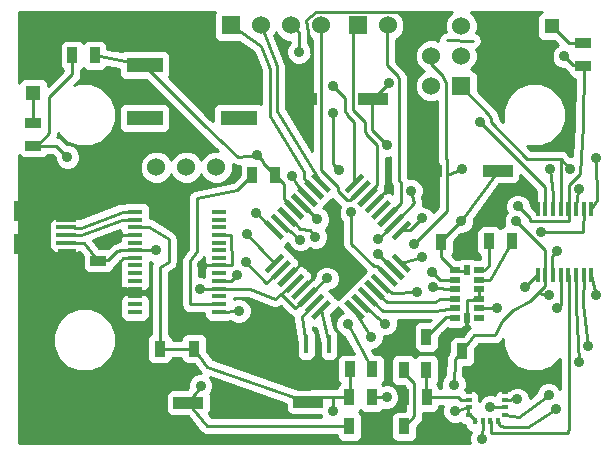
<source format=gtl>
G04 (created by PCBNEW-RS274X (2011-nov-30)-testing) date Tue 11 Sep 2012 12:59:44 PM EDT*
%MOIN*%
G04 Gerber Fmt 3.4, Leading zero omitted, Abs format*
%FSLAX34Y34*%
G01*
G70*
G90*
G04 APERTURE LIST*
%ADD10C,0.006*%
%ADD11R,0.122X0.0512*%
%ADD12R,0.06X0.06*%
%ADD13C,0.06*%
%ADD14R,0.0354X0.0236*%
%ADD15R,0.0236X0.0354*%
%ADD16R,0.0157X0.0197*%
%ADD17R,0.0197X0.0157*%
%ADD18R,0.0472X0.0472*%
%ADD19R,0.0118X0.063*%
%ADD20R,0.015X0.05*%
%ADD21R,0.05X0.016*%
%ADD22R,0.035X0.055*%
%ADD23R,0.055X0.035*%
%ADD24R,0.0984X0.0393*%
%ADD25R,0.0669X0.0157*%
%ADD26R,0.0906X0.0512*%
%ADD27R,0.0867X0.0512*%
%ADD28R,0.0591X0.0512*%
%ADD29R,0.0984X0.0709*%
%ADD30C,0.035*%
%ADD31C,0.01*%
G04 APERTURE END LIST*
G54D10*
G54D11*
X7645Y12916D03*
X4515Y12916D03*
X4515Y11144D03*
X7645Y11144D03*
G54D12*
X7380Y14235D03*
G54D13*
X8380Y14235D03*
X9380Y14235D03*
X10380Y14235D03*
G54D14*
X14856Y6067D03*
X14856Y5752D03*
X14856Y5437D03*
X14856Y5123D03*
X14856Y4808D03*
X14856Y4493D03*
G54D15*
X15250Y4493D03*
G54D14*
X15644Y4493D03*
X15644Y4808D03*
X15644Y5123D03*
X15644Y5437D03*
X15644Y5752D03*
X15644Y6067D03*
G54D15*
X15250Y6067D03*
G54D16*
X15526Y1030D03*
X15782Y1030D03*
X16038Y1030D03*
X16294Y1030D03*
G54D17*
X16510Y1246D03*
X16510Y1502D03*
X16510Y1758D03*
X16510Y2014D03*
G54D16*
X16294Y2230D03*
X16038Y2230D03*
X15782Y2230D03*
X15526Y2230D03*
G54D17*
X15310Y2014D03*
X15310Y1758D03*
X15310Y1502D03*
X15310Y1246D03*
G54D13*
X6900Y9505D03*
X5900Y9505D03*
X4900Y9505D03*
G54D18*
X800Y11987D03*
X800Y12813D03*
G54D12*
X15065Y12215D03*
G54D13*
X14065Y12215D03*
X15065Y13215D03*
X14065Y13215D03*
X15065Y14215D03*
X14065Y14215D03*
G54D18*
X18083Y14205D03*
X17257Y14205D03*
G54D19*
X10275Y3600D03*
X10649Y3600D03*
X9901Y3600D03*
G54D20*
X17609Y5908D03*
X17865Y5908D03*
X18121Y5908D03*
X18377Y5908D03*
X18633Y5908D03*
X18889Y5908D03*
X19145Y5908D03*
X19401Y5908D03*
X19401Y8112D03*
X19145Y8112D03*
X18889Y8112D03*
X18633Y8112D03*
X18377Y8112D03*
X18121Y8112D03*
X17865Y8112D03*
X17609Y8112D03*
G54D10*
G36*
X10176Y4411D02*
X10052Y4535D01*
X10608Y5091D01*
X10732Y4967D01*
X10176Y4411D01*
X10176Y4411D01*
G37*
G36*
X9953Y4634D02*
X9829Y4758D01*
X10385Y5314D01*
X10509Y5190D01*
X9953Y4634D01*
X9953Y4634D01*
G37*
G36*
X9731Y4857D02*
X9607Y4981D01*
X10163Y5537D01*
X10287Y5413D01*
X9731Y4857D01*
X9731Y4857D01*
G37*
G36*
X9508Y5080D02*
X9384Y5204D01*
X9940Y5760D01*
X10064Y5636D01*
X9508Y5080D01*
X9508Y5080D01*
G37*
G36*
X9285Y5302D02*
X9161Y5426D01*
X9717Y5982D01*
X9841Y5858D01*
X9285Y5302D01*
X9285Y5302D01*
G37*
G36*
X9063Y5525D02*
X8939Y5649D01*
X9495Y6205D01*
X9619Y6081D01*
X9063Y5525D01*
X9063Y5525D01*
G37*
G36*
X8840Y5748D02*
X8716Y5872D01*
X9272Y6428D01*
X9396Y6304D01*
X8840Y5748D01*
X8840Y5748D01*
G37*
G36*
X8617Y5971D02*
X8493Y6095D01*
X9049Y6651D01*
X9173Y6527D01*
X8617Y5971D01*
X8617Y5971D01*
G37*
G36*
X11281Y8632D02*
X11157Y8756D01*
X11713Y9312D01*
X11837Y9188D01*
X11281Y8632D01*
X11281Y8632D01*
G37*
G36*
X12844Y7069D02*
X12720Y7193D01*
X13276Y7749D01*
X13400Y7625D01*
X12844Y7069D01*
X12844Y7069D01*
G37*
G36*
X12618Y7296D02*
X12494Y7420D01*
X13050Y7976D01*
X13174Y7852D01*
X12618Y7296D01*
X12618Y7296D01*
G37*
G36*
X12392Y7522D02*
X12268Y7646D01*
X12824Y8202D01*
X12948Y8078D01*
X12392Y7522D01*
X12392Y7522D01*
G37*
G36*
X12172Y7741D02*
X12048Y7865D01*
X12604Y8421D01*
X12728Y8297D01*
X12172Y7741D01*
X12172Y7741D01*
G37*
G36*
X11946Y7967D02*
X11822Y8091D01*
X12378Y8647D01*
X12502Y8523D01*
X11946Y7967D01*
X11946Y7967D01*
G37*
G36*
X11727Y8187D02*
X11603Y8311D01*
X12159Y8867D01*
X12283Y8743D01*
X11727Y8187D01*
X11727Y8187D01*
G37*
G36*
X11501Y8413D02*
X11377Y8537D01*
X11933Y9093D01*
X12057Y8969D01*
X11501Y8413D01*
X11501Y8413D01*
G37*
G36*
X9046Y7082D02*
X8490Y7638D01*
X8614Y7762D01*
X9170Y7206D01*
X9046Y7082D01*
X9046Y7082D01*
G37*
G36*
X9268Y7304D02*
X8712Y7860D01*
X8836Y7984D01*
X9392Y7428D01*
X9268Y7304D01*
X9268Y7304D01*
G37*
G36*
X9492Y7528D02*
X8936Y8084D01*
X9060Y8208D01*
X9616Y7652D01*
X9492Y7528D01*
X9492Y7528D01*
G37*
G36*
X9714Y7750D02*
X9158Y8306D01*
X9282Y8430D01*
X9838Y7874D01*
X9714Y7750D01*
X9714Y7750D01*
G37*
G36*
X9937Y7973D02*
X9381Y8529D01*
X9505Y8653D01*
X10061Y8097D01*
X9937Y7973D01*
X9937Y7973D01*
G37*
G36*
X10159Y8195D02*
X9603Y8751D01*
X9727Y8875D01*
X10283Y8319D01*
X10159Y8195D01*
X10159Y8195D01*
G37*
G36*
X10383Y8419D02*
X9827Y8975D01*
X9951Y9099D01*
X10507Y8543D01*
X10383Y8419D01*
X10383Y8419D01*
G37*
G36*
X10605Y8641D02*
X10049Y9197D01*
X10173Y9321D01*
X10729Y8765D01*
X10605Y8641D01*
X10605Y8641D01*
G37*
G36*
X11720Y4411D02*
X11164Y4967D01*
X11288Y5091D01*
X11844Y4535D01*
X11720Y4411D01*
X11720Y4411D01*
G37*
G36*
X11940Y4630D02*
X11384Y5186D01*
X11508Y5310D01*
X12064Y4754D01*
X11940Y4630D01*
X11940Y4630D01*
G37*
G36*
X12166Y4856D02*
X11610Y5412D01*
X11734Y5536D01*
X12290Y4980D01*
X12166Y4856D01*
X12166Y4856D01*
G37*
G36*
X12385Y5075D02*
X11829Y5631D01*
X11953Y5755D01*
X12509Y5199D01*
X12385Y5075D01*
X12385Y5075D01*
G37*
G36*
X12604Y5295D02*
X12048Y5851D01*
X12172Y5975D01*
X12728Y5419D01*
X12604Y5295D01*
X12604Y5295D01*
G37*
G36*
X12831Y5521D02*
X12275Y6077D01*
X12399Y6201D01*
X12955Y5645D01*
X12831Y5521D01*
X12831Y5521D01*
G37*
G36*
X13057Y5747D02*
X12501Y6303D01*
X12625Y6427D01*
X13181Y5871D01*
X13057Y5747D01*
X13057Y5747D01*
G37*
G36*
X13283Y5973D02*
X12727Y6529D01*
X12851Y6653D01*
X13407Y6097D01*
X13283Y5973D01*
X13283Y5973D01*
G37*
G54D21*
X6990Y4690D03*
X6990Y4940D03*
X6990Y5200D03*
X6990Y5460D03*
X6990Y5710D03*
X6990Y5970D03*
X6990Y6230D03*
X6990Y6480D03*
X6990Y6740D03*
X6990Y6990D03*
X6990Y7250D03*
X6990Y7510D03*
X6990Y7760D03*
X6990Y8020D03*
X4190Y8020D03*
X4190Y7760D03*
X4190Y7520D03*
X4190Y7250D03*
X4190Y6990D03*
X4190Y6740D03*
X4190Y6480D03*
X4190Y6230D03*
X4190Y5970D03*
X4190Y5710D03*
X4190Y5460D03*
X4190Y5200D03*
X4190Y4940D03*
X4190Y4690D03*
G54D22*
X11355Y2770D03*
X12105Y2770D03*
X13160Y870D03*
X13910Y870D03*
X15095Y3370D03*
X15845Y3370D03*
X13905Y3850D03*
X13155Y3850D03*
X15995Y7040D03*
X16745Y7040D03*
X14390Y7020D03*
X15140Y7020D03*
X11335Y870D03*
X12085Y870D03*
X11335Y1840D03*
X12085Y1840D03*
X5020Y3455D03*
X4270Y3455D03*
X13895Y2745D03*
X13145Y2745D03*
X13910Y1830D03*
X13160Y1830D03*
X6160Y3455D03*
X6910Y3455D03*
G54D23*
X2970Y6390D03*
X2970Y5640D03*
G54D22*
X8850Y9240D03*
X8100Y9240D03*
X2100Y13230D03*
X2850Y13230D03*
G54D23*
X19140Y13635D03*
X19140Y12885D03*
G54D24*
X16294Y9375D03*
X13935Y9375D03*
X9974Y1680D03*
X7615Y1680D03*
X5969Y1655D03*
X3610Y1655D03*
X12109Y11770D03*
X9750Y11770D03*
G54D23*
X800Y10975D03*
X800Y10225D03*
G54D25*
X1893Y7500D03*
X1893Y7756D03*
X1893Y6988D03*
G54D26*
X751Y9114D03*
G54D27*
X1932Y8445D03*
G54D26*
X751Y5886D03*
G54D28*
X1932Y6555D03*
G54D25*
X1893Y7244D03*
G54D29*
X672Y8051D03*
X672Y6949D03*
G54D25*
X1893Y8012D03*
G54D12*
X11620Y14235D03*
G54D13*
X12620Y14235D03*
G54D30*
X11400Y8000D03*
X11000Y9400D03*
X10800Y11300D03*
X15700Y11000D03*
X18030Y9430D03*
X15090Y9430D03*
X12300Y6600D03*
X13500Y6950D03*
X13760Y6500D03*
X18675Y9459D03*
X13750Y7800D03*
X16950Y8200D03*
X18500Y13200D03*
X19564Y5259D03*
X17975Y5259D03*
X14850Y1370D03*
X10780Y1370D03*
X15050Y7700D03*
X16900Y7700D03*
X14820Y2260D03*
X9650Y13350D03*
X10800Y12200D03*
X17975Y1920D03*
X19291Y3558D03*
X8238Y7982D03*
X7909Y7289D03*
X7888Y6337D03*
X12050Y3850D03*
X16036Y1521D03*
X13590Y5340D03*
X16274Y4811D03*
X12540Y4290D03*
X16932Y1766D03*
X8250Y9900D03*
X7650Y4720D03*
X10202Y7185D03*
X18976Y8766D03*
X10270Y7770D03*
X11290Y4272D03*
X14100Y6000D03*
X18250Y6700D03*
X19550Y9800D03*
X9430Y9200D03*
X12580Y1840D03*
X17200Y5500D03*
X14111Y5504D03*
X18990Y3020D03*
X18220Y1451D03*
X18270Y4810D03*
X15750Y450D03*
X9702Y7095D03*
X7600Y5900D03*
X16770Y12645D03*
X10548Y6547D03*
X13650Y10450D03*
X14041Y8941D03*
X17240Y8885D03*
X12669Y8843D03*
X6420Y6240D03*
X14524Y3894D03*
X15973Y2767D03*
X8510Y1600D03*
X7490Y3460D03*
X3499Y7177D03*
X9932Y12329D03*
X7902Y12371D03*
X1940Y9840D03*
X17730Y7346D03*
X10583Y5798D03*
X6380Y2220D03*
X4878Y6743D03*
X6362Y5455D03*
X12300Y7100D03*
X13390Y8720D03*
X12600Y10250D03*
X12650Y12300D03*
G54D31*
X14601Y13736D02*
X15441Y13722D01*
X12615Y5861D02*
X12600Y5850D01*
X12600Y5850D02*
X12250Y6200D01*
X12250Y6200D02*
X12150Y6200D01*
X12150Y6200D02*
X11400Y6950D01*
X11400Y6950D02*
X11400Y8000D01*
X11000Y9400D02*
X10800Y9600D01*
X10800Y9600D02*
X10800Y11300D01*
X15700Y11000D02*
X17850Y8850D01*
X17850Y8850D02*
X17850Y8760D01*
X17850Y8760D02*
X17850Y8100D01*
X17850Y8100D02*
X17865Y8112D01*
X14600Y9250D02*
X15090Y9430D01*
X18120Y8590D02*
X18121Y8112D01*
X18030Y9430D02*
X18120Y8590D01*
X12841Y6087D02*
X12850Y6100D01*
X12850Y6100D02*
X12800Y6100D01*
X12800Y6100D02*
X12300Y6600D01*
X13500Y6950D02*
X14600Y8050D01*
X14600Y8050D02*
X14600Y9250D01*
X14600Y9250D02*
X14600Y9750D01*
X14600Y9750D02*
X14550Y9800D01*
X14550Y9800D02*
X14550Y12350D01*
X14550Y12350D02*
X14500Y12400D01*
X14500Y12400D02*
X14500Y12450D01*
X14500Y12450D02*
X14450Y12500D01*
X14450Y12500D02*
X14450Y12550D01*
X14450Y12550D02*
X14050Y12950D01*
X14050Y12950D02*
X14050Y13200D01*
X14050Y13200D02*
X14065Y13215D01*
X18378Y9795D02*
X18675Y9459D01*
X13760Y6500D02*
X13067Y6313D01*
X18377Y8112D02*
X18378Y9795D01*
X18378Y9795D02*
X18378Y9795D01*
X18378Y9795D02*
X17270Y9780D01*
X17270Y9780D02*
X16050Y11000D01*
X16050Y11000D02*
X16050Y11150D01*
X16050Y11150D02*
X16000Y11200D01*
X16000Y11200D02*
X16000Y11250D01*
X16000Y11250D02*
X15050Y12200D01*
X15050Y12200D02*
X15065Y12215D01*
X18650Y8906D02*
X19011Y9270D01*
X19011Y9270D02*
X19137Y10915D01*
X13060Y7409D02*
X13050Y7400D01*
X13050Y7400D02*
X13350Y7400D01*
X13350Y7400D02*
X13750Y7800D01*
X16950Y8200D02*
X17350Y7800D01*
X17350Y7800D02*
X17350Y7700D01*
X17350Y7700D02*
X18650Y7700D01*
X18650Y7700D02*
X18650Y8100D01*
X18650Y8100D02*
X18633Y8112D01*
X18633Y8112D02*
X18650Y8100D01*
X18650Y8100D02*
X18650Y8906D01*
X19137Y10915D02*
X19150Y12900D01*
X19150Y12900D02*
X19140Y12885D01*
X19140Y12885D02*
X19150Y12900D01*
X19150Y12900D02*
X18800Y12900D01*
X18800Y12900D02*
X18500Y13200D01*
X14390Y7020D02*
X14390Y7040D01*
X14390Y7040D02*
X15050Y7700D01*
X15050Y7700D02*
X16294Y9375D01*
X17620Y5305D02*
X17975Y5259D01*
X19564Y5259D02*
X19401Y5908D01*
X17850Y5550D02*
X17865Y5908D01*
X17373Y5042D02*
X17620Y5305D01*
X17620Y5305D02*
X17850Y5550D01*
X16785Y4762D02*
X17373Y5042D01*
X16421Y4391D02*
X16785Y4762D01*
X16183Y3901D02*
X16421Y4391D01*
X15497Y3901D02*
X16183Y3901D01*
X15095Y3370D02*
X15497Y3901D01*
X10780Y1850D02*
X10780Y1370D01*
X14850Y1370D02*
X15310Y1502D01*
X4190Y7520D02*
X4670Y7520D01*
X5314Y7105D02*
X5314Y6337D01*
X5314Y6337D02*
X5020Y6176D01*
X5020Y6176D02*
X5020Y3455D01*
X4670Y7520D02*
X5314Y7105D01*
X6160Y3455D02*
X6600Y2850D01*
X6600Y2850D02*
X9974Y1680D01*
X9974Y1680D02*
X9950Y1700D01*
X6150Y3450D02*
X6160Y3455D01*
X5020Y3455D02*
X5000Y3450D01*
X15310Y1502D02*
X15300Y1500D01*
X11350Y1850D02*
X11335Y1840D01*
X15250Y6067D02*
X15250Y6050D01*
X17850Y6750D02*
X17850Y5900D01*
X16900Y7700D02*
X17850Y6750D01*
X17850Y5900D02*
X17865Y5908D01*
X14856Y6067D02*
X14850Y6050D01*
X14850Y6050D02*
X14400Y6500D01*
X14400Y6500D02*
X14400Y7000D01*
X14400Y7000D02*
X14390Y7020D01*
X15095Y3370D02*
X15100Y3350D01*
X14850Y3100D02*
X14820Y2260D01*
X15100Y3350D02*
X14850Y3100D01*
X15300Y1500D02*
X15310Y1502D01*
X11335Y1840D02*
X11350Y1850D01*
X11350Y1850D02*
X10780Y1850D01*
X10780Y1850D02*
X10100Y1850D01*
X10100Y1850D02*
X9950Y1700D01*
X9950Y1700D02*
X9974Y1680D01*
X17865Y5908D02*
X17850Y5900D01*
X6160Y3455D02*
X6150Y3450D01*
X6150Y3450D02*
X5000Y3450D01*
X5000Y3450D02*
X5020Y3455D01*
X15310Y1246D02*
X15300Y1250D01*
X15300Y1250D02*
X15350Y1250D01*
X15350Y1250D02*
X15550Y1050D01*
X15550Y1050D02*
X15526Y1030D01*
X11335Y1840D02*
X11350Y1850D01*
X11350Y1850D02*
X11350Y2750D01*
X11350Y2750D02*
X11355Y2770D01*
X15250Y6067D02*
X15250Y6050D01*
X15250Y6050D02*
X14850Y6050D01*
X14850Y6050D02*
X14856Y6067D01*
X15310Y1502D02*
X15300Y1500D01*
X15300Y1500D02*
X15300Y1250D01*
X15300Y1250D02*
X15310Y1246D01*
X10400Y14250D02*
X10380Y14235D01*
X11717Y8753D02*
X11700Y8750D01*
X11700Y8750D02*
X11350Y8400D01*
X11350Y8400D02*
X11250Y8400D01*
X11250Y8400D02*
X10950Y8700D01*
X10950Y8700D02*
X10950Y8850D01*
X10950Y8850D02*
X10400Y9400D01*
X10400Y9400D02*
X10400Y14250D01*
X9380Y14235D02*
X9400Y14250D01*
X9400Y14250D02*
X9650Y14000D01*
X9650Y14000D02*
X9650Y13350D01*
X10800Y12200D02*
X11200Y11800D01*
X11200Y11800D02*
X11200Y11350D01*
X11200Y11350D02*
X11250Y11300D01*
X11250Y11300D02*
X11250Y11250D01*
X11250Y11250D02*
X11500Y11000D01*
X11500Y11000D02*
X11500Y8950D01*
X11500Y8950D02*
X11497Y8972D01*
X8380Y14235D02*
X8925Y12870D01*
X8925Y11385D02*
X10389Y8981D01*
X8925Y12870D02*
X8925Y11385D01*
X10167Y8759D02*
X9825Y9135D01*
X8400Y13560D02*
X7380Y14235D01*
X8700Y12795D02*
X8400Y13560D01*
X8700Y11220D02*
X8700Y12795D01*
X9840Y9345D02*
X8700Y11220D01*
X9825Y9135D02*
X9840Y9345D01*
X12608Y7862D02*
X12600Y7850D01*
X12600Y7850D02*
X13050Y8300D01*
X13050Y8300D02*
X13050Y9000D01*
X13050Y9000D02*
X13000Y9050D01*
X13000Y9050D02*
X13000Y12450D01*
X13000Y12450D02*
X12950Y12500D01*
X12950Y12500D02*
X12950Y12550D01*
X12950Y12550D02*
X12600Y12900D01*
X12600Y12900D02*
X12600Y14250D01*
X12600Y14250D02*
X12620Y14235D01*
X11620Y14235D02*
X11600Y14250D01*
X11600Y14250D02*
X11450Y14100D01*
X11450Y14100D02*
X11450Y11400D01*
X11450Y11400D02*
X11850Y11000D01*
X11850Y11000D02*
X11850Y10700D01*
X11850Y10700D02*
X11900Y10650D01*
X11900Y10650D02*
X11900Y10600D01*
X11900Y10600D02*
X12250Y10250D01*
X12250Y10250D02*
X12250Y8900D01*
X12250Y8900D02*
X11950Y8600D01*
X11950Y8600D02*
X11950Y8550D01*
X11950Y8550D02*
X11943Y8527D01*
X19145Y5908D02*
X19139Y4939D01*
X17000Y1180D02*
X16510Y1246D01*
X17975Y1920D02*
X17000Y1180D01*
X19139Y4939D02*
X19291Y3558D01*
X4190Y8020D02*
X3776Y8026D01*
X2390Y7495D02*
X1893Y7500D01*
X3776Y8026D02*
X2390Y7495D01*
X1893Y7244D02*
X2394Y7252D01*
X3758Y7761D02*
X4190Y7760D01*
X2394Y7252D02*
X3758Y7761D01*
X8830Y7422D02*
X8238Y7982D01*
X8833Y6311D02*
X7909Y7289D01*
X9056Y6088D02*
X8574Y5630D01*
X8574Y5630D02*
X7888Y6337D01*
X16510Y1502D02*
X16036Y1521D01*
X12050Y3850D02*
X11504Y4751D01*
X15644Y4808D02*
X16274Y4811D01*
X12767Y5300D02*
X12388Y5635D01*
X13590Y5340D02*
X12767Y5300D01*
X6250Y6700D02*
X6250Y8465D01*
X8100Y9240D02*
X8100Y9250D01*
X7600Y8750D02*
X6250Y8465D01*
X8100Y9250D02*
X7600Y8750D01*
X6250Y6700D02*
X6030Y6380D01*
X6030Y6380D02*
X6030Y4930D01*
X6030Y4930D02*
X7000Y4950D01*
X7000Y4950D02*
X6990Y4940D01*
X11950Y5196D02*
X12473Y4727D01*
X14202Y4727D02*
X14856Y4808D01*
X12473Y4727D02*
X14202Y4727D01*
X14856Y5123D02*
X14363Y5105D01*
X12599Y5000D02*
X12169Y5415D01*
X14202Y5000D02*
X12599Y5000D01*
X14363Y5105D02*
X14202Y5000D01*
X16510Y1758D02*
X16932Y1766D01*
X12540Y4290D02*
X11724Y4970D01*
X6500Y10900D02*
X7620Y9850D01*
X7620Y9850D02*
X8250Y9900D01*
X4515Y12916D02*
X2850Y13230D01*
X8850Y9240D02*
X8850Y9250D01*
X8850Y9250D02*
X8450Y9650D01*
X8450Y9700D02*
X8250Y9900D01*
X8450Y9650D02*
X8450Y9700D01*
X6500Y10900D02*
X4500Y12900D01*
X4500Y12900D02*
X4515Y12916D01*
X8850Y9240D02*
X8850Y9250D01*
X8850Y9250D02*
X9150Y8950D01*
X9150Y8950D02*
X9150Y8450D01*
X9150Y8450D02*
X9500Y8100D01*
X9500Y8100D02*
X9498Y8090D01*
X4515Y12916D02*
X4500Y12900D01*
X9276Y7868D02*
X9675Y7450D01*
X7650Y4720D02*
X6990Y4690D01*
X10175Y7225D02*
X10202Y7185D01*
X10022Y7414D02*
X10175Y7225D01*
X9675Y7450D02*
X10022Y7414D01*
X9721Y8313D02*
X10270Y7770D01*
X18920Y8563D02*
X18889Y8112D01*
X18976Y8766D02*
X18920Y8563D01*
X11290Y4272D02*
X12105Y2770D01*
X14856Y5752D02*
X14850Y5750D01*
X14850Y5750D02*
X14350Y5750D01*
X14350Y5750D02*
X14100Y6000D01*
X18250Y6700D02*
X18100Y6550D01*
X18100Y6550D02*
X18100Y5900D01*
X18100Y5900D02*
X18121Y5908D01*
X19401Y8112D02*
X19606Y8423D01*
X19606Y8423D02*
X19550Y9800D01*
X9943Y8535D02*
X9600Y8900D01*
X9600Y8900D02*
X9430Y9200D01*
X12085Y1840D02*
X12580Y1840D01*
X17609Y5908D02*
X17600Y5900D01*
X17600Y5900D02*
X17200Y5500D01*
X14111Y5504D02*
X14800Y5400D01*
X14800Y5400D02*
X14850Y5450D01*
X14850Y5450D02*
X14856Y5437D01*
X16050Y750D02*
X16050Y632D01*
X18640Y632D02*
X18640Y760D01*
X16050Y632D02*
X18640Y632D01*
X18640Y760D02*
X18649Y760D01*
X18649Y760D02*
X18650Y2850D01*
X16038Y1030D02*
X16050Y1050D01*
X16050Y1050D02*
X16050Y750D01*
X18650Y2850D02*
X18650Y5900D01*
X18650Y5900D02*
X18633Y5908D01*
X16294Y1030D02*
X16358Y876D01*
X18891Y4881D02*
X18889Y5908D01*
X18990Y3020D02*
X18891Y4881D01*
X17275Y842D02*
X18220Y1451D01*
X16551Y840D02*
X17275Y842D01*
X16358Y876D02*
X16551Y840D01*
X18377Y4917D02*
X18377Y5908D01*
X18270Y4810D02*
X18377Y4917D01*
X15782Y1030D02*
X15800Y1050D01*
X15750Y700D02*
X15750Y450D01*
X15800Y750D02*
X15750Y700D01*
X15800Y1050D02*
X15800Y750D01*
X9901Y3600D02*
X9750Y4503D01*
X9750Y4503D02*
X10169Y4974D01*
X10649Y3600D02*
X10392Y4751D01*
X9052Y7644D02*
X9702Y7095D01*
X7600Y5900D02*
X7400Y5700D01*
X7400Y5700D02*
X7000Y5700D01*
X7000Y5700D02*
X6990Y5710D01*
X9932Y12329D02*
X10093Y13218D01*
X12970Y14688D02*
X14065Y14215D01*
X10226Y14688D02*
X12970Y14688D01*
X9883Y14429D02*
X10226Y14688D01*
X10093Y13218D02*
X9883Y14429D01*
X15250Y4493D02*
X15259Y5091D01*
X15259Y5091D02*
X15644Y5123D01*
X17257Y14205D02*
X16845Y13635D01*
X16845Y13635D02*
X16770Y12645D01*
X9969Y6094D02*
X10548Y6547D01*
X13935Y9375D02*
X13650Y10450D01*
X17609Y8112D02*
X17240Y8885D01*
X14041Y8941D02*
X13935Y9375D01*
X12162Y8307D02*
X12669Y8843D01*
X15644Y5123D02*
X15644Y5437D01*
X17609Y8112D02*
X17464Y8283D01*
X6990Y6230D02*
X6420Y6240D01*
X14615Y3894D02*
X14524Y3894D01*
X15973Y2767D02*
X16038Y2230D01*
X15250Y4493D02*
X15210Y4160D01*
X6910Y3455D02*
X7490Y3460D01*
X8510Y1600D02*
X7615Y1680D01*
X4190Y5460D02*
X3650Y5479D01*
X3789Y6478D02*
X3587Y6244D01*
X3789Y6478D02*
X4190Y6480D01*
X3650Y5479D02*
X3587Y6244D01*
X4190Y5460D02*
X4190Y5200D01*
X4190Y7250D02*
X3667Y7254D01*
X3667Y7254D02*
X3499Y7177D01*
X1893Y7756D02*
X1893Y8012D01*
X7645Y12916D02*
X7645Y12628D01*
X9750Y12147D02*
X9750Y11770D01*
X9932Y12329D02*
X9750Y12147D01*
X7645Y12628D02*
X7902Y12371D01*
X16510Y2014D02*
X16294Y2230D01*
X16294Y2230D02*
X16038Y2230D01*
X16038Y2230D02*
X15782Y2230D01*
X15782Y2230D02*
X15526Y2230D01*
X15526Y2230D02*
X15310Y2014D01*
X9279Y5865D02*
X9752Y6325D01*
X10179Y5871D02*
X9724Y5420D01*
X9752Y6325D02*
X9969Y6094D01*
X9969Y6094D02*
X10179Y5871D01*
X6990Y7250D02*
X7398Y7252D01*
X7412Y6231D02*
X6990Y6230D01*
X7398Y7252D02*
X7412Y6231D01*
X19140Y13635D02*
X19150Y13650D01*
X19150Y13650D02*
X18650Y13650D01*
X18650Y13650D02*
X18100Y14200D01*
X18100Y14200D02*
X18083Y14205D01*
X13160Y870D02*
X13150Y850D01*
X13150Y850D02*
X13500Y1200D01*
X13500Y1200D02*
X13500Y2300D01*
X13500Y2300D02*
X13150Y2650D01*
X13150Y2650D02*
X13150Y2750D01*
X13150Y2750D02*
X13145Y2745D01*
X800Y11987D02*
X800Y10975D01*
X15644Y6067D02*
X15837Y6067D01*
X15995Y6225D02*
X15995Y7040D01*
X15837Y6067D02*
X15995Y6225D01*
X15644Y5752D02*
X16038Y5751D01*
X16038Y5751D02*
X16745Y7040D01*
X14856Y4493D02*
X14850Y4500D01*
X14850Y4500D02*
X14550Y4500D01*
X14550Y4500D02*
X13900Y3850D01*
X13900Y3850D02*
X13905Y3850D01*
X13910Y1830D02*
X13900Y1850D01*
X13900Y1850D02*
X14950Y1850D01*
X14950Y1850D02*
X15050Y1750D01*
X15050Y1750D02*
X15300Y1750D01*
X15300Y1750D02*
X15310Y1758D01*
X13895Y2745D02*
X13900Y2750D01*
X13900Y2750D02*
X13900Y1850D01*
X13900Y1850D02*
X13910Y1830D01*
X800Y10225D02*
X912Y10225D01*
X2100Y12603D02*
X2100Y13230D01*
X1336Y11839D02*
X2100Y12603D01*
X1336Y10649D02*
X1336Y11839D01*
X912Y10225D02*
X1336Y10649D01*
X1555Y10225D02*
X800Y10225D01*
X1940Y9840D02*
X1555Y10225D01*
X17730Y7346D02*
X19130Y7345D01*
X9947Y5197D02*
X10583Y5798D01*
X19145Y8112D02*
X19130Y7345D01*
X5969Y1655D02*
X6380Y2220D01*
X4190Y6740D02*
X4878Y6743D01*
X6362Y5455D02*
X6990Y5460D01*
X9063Y5272D02*
X9540Y4800D01*
X9540Y4800D02*
X9947Y5197D01*
X2970Y6390D02*
X2480Y6980D01*
X2480Y6980D02*
X1893Y6988D01*
X6990Y5460D02*
X8020Y5450D01*
X8020Y5450D02*
X8860Y5100D01*
X8860Y5100D02*
X9063Y5272D01*
X9063Y5272D02*
X9501Y5642D01*
X11335Y870D02*
X6600Y870D01*
X6600Y870D02*
X5969Y1655D01*
X12834Y7636D02*
X12850Y7650D01*
X12850Y7650D02*
X12300Y7100D01*
X12834Y7636D02*
X12850Y7650D01*
X12850Y7650D02*
X13500Y8300D01*
X13500Y8300D02*
X13390Y8720D01*
X12600Y10250D02*
X12100Y10750D01*
X12100Y10750D02*
X12100Y11750D01*
X12100Y11750D02*
X12109Y11770D01*
X2950Y6400D02*
X2970Y6390D01*
X12109Y11770D02*
X12100Y11750D01*
X12100Y11750D02*
X12650Y12300D01*
X2970Y6390D02*
X2950Y6400D01*
X2950Y6400D02*
X3300Y6400D01*
X3300Y6400D02*
X3600Y6700D01*
X3600Y6700D02*
X3650Y6700D01*
X3650Y6700D02*
X3700Y6750D01*
X3700Y6750D02*
X4200Y6750D01*
X4200Y6750D02*
X4190Y6740D01*
G54D10*
G36*
X3773Y7255D02*
X3729Y7211D01*
X3691Y7120D01*
X3691Y7049D01*
X3585Y7027D01*
X3521Y6985D01*
X3520Y6985D01*
X3485Y6977D01*
X3388Y6912D01*
X3290Y6814D01*
X3196Y6814D01*
X3007Y6814D01*
X2787Y7080D01*
X3691Y7418D01*
X3691Y7391D01*
X3729Y7299D01*
X3773Y7255D01*
X3773Y7255D01*
G37*
G54D31*
X3773Y7255D02*
X3729Y7211D01*
X3691Y7120D01*
X3691Y7049D01*
X3585Y7027D01*
X3521Y6985D01*
X3520Y6985D01*
X3485Y6977D01*
X3388Y6912D01*
X3290Y6814D01*
X3196Y6814D01*
X3007Y6814D01*
X2787Y7080D01*
X3691Y7418D01*
X3691Y7391D01*
X3729Y7299D01*
X3773Y7255D01*
G54D10*
G36*
X6563Y6225D02*
X6529Y6191D01*
X6491Y6100D01*
X6491Y6001D01*
X6491Y5862D01*
X6447Y5880D01*
X6330Y5880D01*
X6330Y6288D01*
X6491Y6522D01*
X6491Y6511D01*
X6491Y6351D01*
X6529Y6259D01*
X6563Y6225D01*
X6563Y6225D01*
G37*
G54D31*
X6563Y6225D02*
X6529Y6191D01*
X6491Y6100D01*
X6491Y6001D01*
X6491Y5862D01*
X6447Y5880D01*
X6330Y5880D01*
X6330Y6288D01*
X6491Y6522D01*
X6491Y6511D01*
X6491Y6351D01*
X6529Y6259D01*
X6563Y6225D01*
G54D10*
G36*
X8400Y11607D02*
X8396Y11611D01*
X8305Y11649D01*
X8206Y11649D01*
X6986Y11649D01*
X6894Y11611D01*
X6824Y11541D01*
X6786Y11450D01*
X6786Y11351D01*
X6786Y11043D01*
X6712Y11112D01*
X6705Y11119D01*
X5320Y12504D01*
X5336Y12519D01*
X5374Y12610D01*
X5374Y12709D01*
X5374Y13221D01*
X5336Y13313D01*
X5266Y13383D01*
X5175Y13421D01*
X5076Y13421D01*
X3856Y13421D01*
X3764Y13383D01*
X3746Y13366D01*
X3274Y13456D01*
X3274Y13554D01*
X3236Y13646D01*
X3166Y13716D01*
X3075Y13754D01*
X2976Y13754D01*
X2626Y13754D01*
X2534Y13716D01*
X2475Y13657D01*
X2416Y13716D01*
X2325Y13754D01*
X2226Y13754D01*
X1876Y13754D01*
X1784Y13716D01*
X1714Y13646D01*
X1676Y13555D01*
X1676Y13456D01*
X1676Y12906D01*
X1714Y12814D01*
X1784Y12744D01*
X1800Y12738D01*
X1800Y12727D01*
X1285Y12212D01*
X1285Y12272D01*
X1247Y12364D01*
X1177Y12434D01*
X1086Y12472D01*
X987Y12472D01*
X515Y12472D01*
X423Y12434D01*
X353Y12364D01*
X325Y12297D01*
X325Y14675D01*
X6868Y14675D01*
X6831Y14585D01*
X6831Y14486D01*
X6831Y13886D01*
X6869Y13794D01*
X6939Y13724D01*
X7030Y13686D01*
X7129Y13686D01*
X7665Y13686D01*
X8155Y13362D01*
X8400Y12738D01*
X8400Y11607D01*
X8400Y11607D01*
G37*
G54D31*
X8400Y11607D02*
X8396Y11611D01*
X8305Y11649D01*
X8206Y11649D01*
X6986Y11649D01*
X6894Y11611D01*
X6824Y11541D01*
X6786Y11450D01*
X6786Y11351D01*
X6786Y11043D01*
X6712Y11112D01*
X6705Y11119D01*
X5320Y12504D01*
X5336Y12519D01*
X5374Y12610D01*
X5374Y12709D01*
X5374Y13221D01*
X5336Y13313D01*
X5266Y13383D01*
X5175Y13421D01*
X5076Y13421D01*
X3856Y13421D01*
X3764Y13383D01*
X3746Y13366D01*
X3274Y13456D01*
X3274Y13554D01*
X3236Y13646D01*
X3166Y13716D01*
X3075Y13754D01*
X2976Y13754D01*
X2626Y13754D01*
X2534Y13716D01*
X2475Y13657D01*
X2416Y13716D01*
X2325Y13754D01*
X2226Y13754D01*
X1876Y13754D01*
X1784Y13716D01*
X1714Y13646D01*
X1676Y13555D01*
X1676Y13456D01*
X1676Y12906D01*
X1714Y12814D01*
X1784Y12744D01*
X1800Y12738D01*
X1800Y12727D01*
X1285Y12212D01*
X1285Y12272D01*
X1247Y12364D01*
X1177Y12434D01*
X1086Y12472D01*
X987Y12472D01*
X515Y12472D01*
X423Y12434D01*
X353Y12364D01*
X325Y12297D01*
X325Y14675D01*
X6868Y14675D01*
X6831Y14585D01*
X6831Y14486D01*
X6831Y13886D01*
X6869Y13794D01*
X6939Y13724D01*
X7030Y13686D01*
X7129Y13686D01*
X7665Y13686D01*
X8155Y13362D01*
X8400Y12738D01*
X8400Y11607D01*
G54D10*
G36*
X10100Y10030D02*
X9225Y11469D01*
X9225Y12867D01*
X9225Y12870D01*
X9218Y12902D01*
X9204Y12982D01*
X9202Y12985D01*
X8832Y13911D01*
X8845Y13923D01*
X8879Y14007D01*
X8914Y13924D01*
X9068Y13770D01*
X9270Y13686D01*
X9350Y13686D01*
X9350Y13651D01*
X9290Y13591D01*
X9225Y13435D01*
X9225Y13266D01*
X9290Y13110D01*
X9409Y12990D01*
X9565Y12925D01*
X9734Y12925D01*
X9890Y12990D01*
X10010Y13109D01*
X10075Y13265D01*
X10075Y13434D01*
X10010Y13590D01*
X9950Y13651D01*
X9950Y13888D01*
X10068Y13770D01*
X10100Y13757D01*
X10100Y10030D01*
X10100Y10030D01*
G37*
G54D31*
X10100Y10030D02*
X9225Y11469D01*
X9225Y12867D01*
X9225Y12870D01*
X9218Y12902D01*
X9204Y12982D01*
X9202Y12985D01*
X8832Y13911D01*
X8845Y13923D01*
X8879Y14007D01*
X8914Y13924D01*
X9068Y13770D01*
X9270Y13686D01*
X9350Y13686D01*
X9350Y13651D01*
X9290Y13591D01*
X9225Y13435D01*
X9225Y13266D01*
X9290Y13110D01*
X9409Y12990D01*
X9565Y12925D01*
X9734Y12925D01*
X9890Y12990D01*
X10010Y13109D01*
X10075Y13265D01*
X10075Y13434D01*
X10010Y13590D01*
X9950Y13651D01*
X9950Y13888D01*
X10068Y13770D01*
X10100Y13757D01*
X10100Y10030D01*
G54D10*
G36*
X10403Y1170D02*
X6743Y1170D01*
X6645Y1292D01*
X6672Y1318D01*
X6710Y1409D01*
X6710Y1508D01*
X6710Y1900D01*
X6695Y1935D01*
X6740Y1979D01*
X6805Y2135D01*
X6805Y2304D01*
X6740Y2460D01*
X6702Y2498D01*
X9233Y1621D01*
X9233Y1435D01*
X9271Y1343D01*
X9341Y1273D01*
X9432Y1235D01*
X9531Y1235D01*
X10376Y1235D01*
X10403Y1170D01*
X10403Y1170D01*
G37*
G54D31*
X10403Y1170D02*
X6743Y1170D01*
X6645Y1292D01*
X6672Y1318D01*
X6710Y1409D01*
X6710Y1508D01*
X6710Y1900D01*
X6695Y1935D01*
X6740Y1979D01*
X6805Y2135D01*
X6805Y2304D01*
X6740Y2460D01*
X6702Y2498D01*
X9233Y1621D01*
X9233Y1435D01*
X9271Y1343D01*
X9341Y1273D01*
X9432Y1235D01*
X9531Y1235D01*
X10376Y1235D01*
X10403Y1170D01*
G54D10*
G36*
X11885Y6041D02*
X11837Y5992D01*
X11829Y5974D01*
X11813Y5967D01*
X11743Y5897D01*
X11618Y5772D01*
X11610Y5755D01*
X11594Y5748D01*
X11524Y5678D01*
X11399Y5553D01*
X11389Y5531D01*
X11368Y5522D01*
X11298Y5452D01*
X11173Y5327D01*
X11166Y5311D01*
X11148Y5303D01*
X11078Y5233D01*
X10953Y5108D01*
X10948Y5097D01*
X10944Y5107D01*
X10874Y5177D01*
X10749Y5302D01*
X10729Y5311D01*
X10721Y5330D01*
X10674Y5377D01*
X10823Y5438D01*
X10943Y5557D01*
X11008Y5713D01*
X11008Y5882D01*
X10943Y6038D01*
X10824Y6158D01*
X10668Y6223D01*
X10499Y6223D01*
X10343Y6158D01*
X10223Y6039D01*
X10158Y5883D01*
X10158Y5810D01*
X10133Y5786D01*
X10113Y5786D01*
X10074Y5771D01*
X10090Y5808D01*
X10090Y5907D01*
X10053Y5998D01*
X9983Y6068D01*
X9858Y6193D01*
X9766Y6231D01*
X9667Y6231D01*
X9629Y6216D01*
X9645Y6254D01*
X9645Y6353D01*
X9608Y6444D01*
X9538Y6514D01*
X9413Y6639D01*
X9393Y6648D01*
X9385Y6667D01*
X9315Y6737D01*
X9190Y6862D01*
X9178Y6867D01*
X9186Y6870D01*
X9256Y6940D01*
X9291Y6976D01*
X9342Y6855D01*
X9461Y6735D01*
X9617Y6670D01*
X9786Y6670D01*
X9942Y6735D01*
X10011Y6804D01*
X10117Y6760D01*
X10286Y6760D01*
X10442Y6825D01*
X10562Y6944D01*
X10627Y7100D01*
X10627Y7269D01*
X10562Y7425D01*
X10543Y7444D01*
X10630Y7529D01*
X10695Y7685D01*
X10695Y7854D01*
X10630Y8010D01*
X10511Y8130D01*
X10465Y8150D01*
X10494Y8178D01*
X10502Y8199D01*
X10523Y8207D01*
X10593Y8277D01*
X10718Y8402D01*
X10725Y8422D01*
X10745Y8429D01*
X10771Y8455D01*
X11023Y8203D01*
X10975Y8085D01*
X10975Y7916D01*
X11040Y7760D01*
X11100Y7700D01*
X11100Y6950D01*
X11123Y6835D01*
X11188Y6738D01*
X11885Y6041D01*
X11885Y6041D01*
G37*
G54D31*
X11885Y6041D02*
X11837Y5992D01*
X11829Y5974D01*
X11813Y5967D01*
X11743Y5897D01*
X11618Y5772D01*
X11610Y5755D01*
X11594Y5748D01*
X11524Y5678D01*
X11399Y5553D01*
X11389Y5531D01*
X11368Y5522D01*
X11298Y5452D01*
X11173Y5327D01*
X11166Y5311D01*
X11148Y5303D01*
X11078Y5233D01*
X10953Y5108D01*
X10948Y5097D01*
X10944Y5107D01*
X10874Y5177D01*
X10749Y5302D01*
X10729Y5311D01*
X10721Y5330D01*
X10674Y5377D01*
X10823Y5438D01*
X10943Y5557D01*
X11008Y5713D01*
X11008Y5882D01*
X10943Y6038D01*
X10824Y6158D01*
X10668Y6223D01*
X10499Y6223D01*
X10343Y6158D01*
X10223Y6039D01*
X10158Y5883D01*
X10158Y5810D01*
X10133Y5786D01*
X10113Y5786D01*
X10074Y5771D01*
X10090Y5808D01*
X10090Y5907D01*
X10053Y5998D01*
X9983Y6068D01*
X9858Y6193D01*
X9766Y6231D01*
X9667Y6231D01*
X9629Y6216D01*
X9645Y6254D01*
X9645Y6353D01*
X9608Y6444D01*
X9538Y6514D01*
X9413Y6639D01*
X9393Y6648D01*
X9385Y6667D01*
X9315Y6737D01*
X9190Y6862D01*
X9178Y6867D01*
X9186Y6870D01*
X9256Y6940D01*
X9291Y6976D01*
X9342Y6855D01*
X9461Y6735D01*
X9617Y6670D01*
X9786Y6670D01*
X9942Y6735D01*
X10011Y6804D01*
X10117Y6760D01*
X10286Y6760D01*
X10442Y6825D01*
X10562Y6944D01*
X10627Y7100D01*
X10627Y7269D01*
X10562Y7425D01*
X10543Y7444D01*
X10630Y7529D01*
X10695Y7685D01*
X10695Y7854D01*
X10630Y8010D01*
X10511Y8130D01*
X10465Y8150D01*
X10494Y8178D01*
X10502Y8199D01*
X10523Y8207D01*
X10593Y8277D01*
X10718Y8402D01*
X10725Y8422D01*
X10745Y8429D01*
X10771Y8455D01*
X11023Y8203D01*
X10975Y8085D01*
X10975Y7916D01*
X11040Y7760D01*
X11100Y7700D01*
X11100Y6950D01*
X11123Y6835D01*
X11188Y6738D01*
X11885Y6041D01*
G54D10*
G36*
X12750Y8627D02*
X12745Y8632D01*
X12653Y8670D01*
X12554Y8670D01*
X12516Y8655D01*
X12532Y8693D01*
X12532Y8792D01*
X12529Y8798D01*
X12550Y8900D01*
X12550Y9825D01*
X12684Y9825D01*
X12700Y9832D01*
X12700Y9050D01*
X12723Y8935D01*
X12750Y8895D01*
X12750Y8627D01*
X12750Y8627D01*
G37*
G54D31*
X12750Y8627D02*
X12745Y8632D01*
X12653Y8670D01*
X12554Y8670D01*
X12516Y8655D01*
X12532Y8693D01*
X12532Y8792D01*
X12529Y8798D01*
X12550Y8900D01*
X12550Y9825D01*
X12684Y9825D01*
X12700Y9832D01*
X12700Y9050D01*
X12723Y8935D01*
X12750Y8895D01*
X12750Y8627D01*
G54D10*
G36*
X14748Y14675D02*
X14600Y14527D01*
X14516Y14325D01*
X14516Y14106D01*
X14549Y14026D01*
X14491Y14015D01*
X14393Y13952D01*
X14326Y13856D01*
X14301Y13741D01*
X14306Y13710D01*
X14175Y13764D01*
X13956Y13764D01*
X13754Y13681D01*
X13600Y13527D01*
X13516Y13325D01*
X13516Y13106D01*
X13599Y12904D01*
X13753Y12750D01*
X13836Y12716D01*
X13754Y12681D01*
X13600Y12527D01*
X13516Y12325D01*
X13516Y12106D01*
X13599Y11904D01*
X13753Y11750D01*
X13955Y11666D01*
X14174Y11666D01*
X14250Y11698D01*
X14250Y9800D01*
X14273Y9685D01*
X14300Y9645D01*
X14300Y9262D01*
X14300Y9250D01*
X14300Y8175D01*
X14126Y8002D01*
X14110Y8040D01*
X13991Y8160D01*
X13835Y8225D01*
X13785Y8225D01*
X13797Y8259D01*
X13795Y8280D01*
X13800Y8300D01*
X13792Y8339D01*
X13790Y8376D01*
X13757Y8499D01*
X13815Y8635D01*
X13815Y8804D01*
X13750Y8960D01*
X13631Y9080D01*
X13475Y9145D01*
X13307Y9145D01*
X13300Y9156D01*
X13300Y12450D01*
X13299Y12451D01*
X13277Y12565D01*
X13234Y12629D01*
X13234Y12630D01*
X13227Y12665D01*
X13162Y12762D01*
X13161Y12763D01*
X12900Y13024D01*
X12900Y13757D01*
X12931Y13769D01*
X13085Y13923D01*
X13169Y14125D01*
X13169Y14344D01*
X13086Y14546D01*
X12957Y14675D01*
X14748Y14675D01*
X14748Y14675D01*
G37*
G54D31*
X14748Y14675D02*
X14600Y14527D01*
X14516Y14325D01*
X14516Y14106D01*
X14549Y14026D01*
X14491Y14015D01*
X14393Y13952D01*
X14326Y13856D01*
X14301Y13741D01*
X14306Y13710D01*
X14175Y13764D01*
X13956Y13764D01*
X13754Y13681D01*
X13600Y13527D01*
X13516Y13325D01*
X13516Y13106D01*
X13599Y12904D01*
X13753Y12750D01*
X13836Y12716D01*
X13754Y12681D01*
X13600Y12527D01*
X13516Y12325D01*
X13516Y12106D01*
X13599Y11904D01*
X13753Y11750D01*
X13955Y11666D01*
X14174Y11666D01*
X14250Y11698D01*
X14250Y9800D01*
X14273Y9685D01*
X14300Y9645D01*
X14300Y9262D01*
X14300Y9250D01*
X14300Y8175D01*
X14126Y8002D01*
X14110Y8040D01*
X13991Y8160D01*
X13835Y8225D01*
X13785Y8225D01*
X13797Y8259D01*
X13795Y8280D01*
X13800Y8300D01*
X13792Y8339D01*
X13790Y8376D01*
X13757Y8499D01*
X13815Y8635D01*
X13815Y8804D01*
X13750Y8960D01*
X13631Y9080D01*
X13475Y9145D01*
X13307Y9145D01*
X13300Y9156D01*
X13300Y12450D01*
X13299Y12451D01*
X13277Y12565D01*
X13234Y12629D01*
X13234Y12630D01*
X13227Y12665D01*
X13162Y12762D01*
X13161Y12763D01*
X12900Y13024D01*
X12900Y13757D01*
X12931Y13769D01*
X13085Y13923D01*
X13169Y14125D01*
X13169Y14344D01*
X13086Y14546D01*
X12957Y14675D01*
X14748Y14675D01*
G54D10*
G36*
X15388Y688D02*
X15325Y535D01*
X15325Y366D01*
X15342Y325D01*
X3550Y325D01*
X3550Y3958D01*
X3390Y4344D01*
X3095Y4639D01*
X2710Y4799D01*
X2292Y4800D01*
X1906Y4640D01*
X1611Y4345D01*
X1451Y3960D01*
X1450Y3542D01*
X1610Y3156D01*
X1905Y2861D01*
X2290Y2701D01*
X2708Y2700D01*
X3094Y2860D01*
X3389Y3155D01*
X3549Y3540D01*
X3550Y3958D01*
X3550Y325D01*
X325Y325D01*
X325Y9898D01*
X384Y9839D01*
X475Y9801D01*
X574Y9801D01*
X1124Y9801D01*
X1216Y9839D01*
X1286Y9909D01*
X1292Y9925D01*
X1431Y9925D01*
X1515Y9841D01*
X1515Y9756D01*
X1580Y9600D01*
X1699Y9480D01*
X1855Y9415D01*
X2024Y9415D01*
X2180Y9480D01*
X2300Y9599D01*
X2365Y9755D01*
X2365Y9924D01*
X2300Y10080D01*
X2181Y10200D01*
X2025Y10265D01*
X1939Y10265D01*
X1767Y10437D01*
X1670Y10502D01*
X1600Y10516D01*
X1613Y10534D01*
X1632Y10634D01*
X1905Y10361D01*
X2290Y10201D01*
X2708Y10200D01*
X3094Y10360D01*
X3389Y10655D01*
X3549Y11040D01*
X3550Y11458D01*
X3390Y11844D01*
X3095Y12139D01*
X2710Y12299D01*
X2292Y12300D01*
X2170Y12250D01*
X2312Y12391D01*
X2377Y12488D01*
X2399Y12603D01*
X2400Y12603D01*
X2400Y12738D01*
X2416Y12744D01*
X2475Y12803D01*
X2534Y12744D01*
X2625Y12706D01*
X2724Y12706D01*
X3074Y12706D01*
X3166Y12744D01*
X3236Y12814D01*
X3250Y12849D01*
X3656Y12773D01*
X3656Y12611D01*
X3694Y12519D01*
X3764Y12449D01*
X3855Y12411D01*
X3954Y12411D01*
X4565Y12411D01*
X6288Y10688D01*
X6291Y10686D01*
X6295Y10681D01*
X6963Y10054D01*
X6791Y10054D01*
X6589Y9971D01*
X6435Y9817D01*
X6400Y9734D01*
X6366Y9816D01*
X6212Y9970D01*
X6010Y10054D01*
X5791Y10054D01*
X5589Y9971D01*
X5435Y9817D01*
X5400Y9734D01*
X5374Y9797D01*
X5374Y10838D01*
X5374Y10937D01*
X5374Y11449D01*
X5336Y11541D01*
X5266Y11611D01*
X5175Y11649D01*
X5076Y11649D01*
X3856Y11649D01*
X3764Y11611D01*
X3694Y11541D01*
X3656Y11450D01*
X3656Y11351D01*
X3656Y10839D01*
X3694Y10747D01*
X3764Y10677D01*
X3855Y10639D01*
X3954Y10639D01*
X5174Y10639D01*
X5266Y10677D01*
X5336Y10747D01*
X5374Y10838D01*
X5374Y9797D01*
X5366Y9816D01*
X5212Y9970D01*
X5010Y10054D01*
X4791Y10054D01*
X4589Y9971D01*
X4435Y9817D01*
X4351Y9615D01*
X4351Y9396D01*
X4434Y9194D01*
X4588Y9040D01*
X4790Y8956D01*
X5009Y8956D01*
X5211Y9039D01*
X5365Y9193D01*
X5399Y9277D01*
X5434Y9194D01*
X5588Y9040D01*
X5790Y8956D01*
X6009Y8956D01*
X6211Y9039D01*
X6365Y9193D01*
X6399Y9277D01*
X6434Y9194D01*
X6588Y9040D01*
X6790Y8956D01*
X7009Y8956D01*
X7211Y9039D01*
X7365Y9193D01*
X7449Y9395D01*
X7449Y9609D01*
X7456Y9605D01*
X7513Y9569D01*
X7522Y9568D01*
X7527Y9565D01*
X7564Y9561D01*
X7628Y9550D01*
X7636Y9552D01*
X7644Y9551D01*
X7676Y9554D01*
X7676Y9466D01*
X7676Y9250D01*
X7450Y9025D01*
X6188Y8759D01*
X6160Y8748D01*
X6135Y8742D01*
X6109Y8725D01*
X6080Y8712D01*
X6060Y8693D01*
X6038Y8677D01*
X6020Y8652D01*
X5999Y8629D01*
X5988Y8604D01*
X5973Y8580D01*
X5966Y8550D01*
X5955Y8520D01*
X5955Y8492D01*
X5950Y8465D01*
X5950Y6793D01*
X5783Y6550D01*
X5771Y6522D01*
X5753Y6495D01*
X5747Y6466D01*
X5737Y6442D01*
X5736Y6413D01*
X5730Y6380D01*
X5730Y4930D01*
X5730Y4928D01*
X5730Y4924D01*
X5745Y4855D01*
X5753Y4815D01*
X5754Y4814D01*
X5755Y4809D01*
X5795Y4752D01*
X5818Y4718D01*
X5820Y4717D01*
X5822Y4714D01*
X5861Y4690D01*
X5915Y4653D01*
X5919Y4653D01*
X5921Y4651D01*
X5967Y4643D01*
X6030Y4630D01*
X6032Y4631D01*
X6036Y4630D01*
X6491Y4640D01*
X6491Y4561D01*
X6529Y4469D01*
X6599Y4399D01*
X6690Y4361D01*
X6789Y4361D01*
X7289Y4361D01*
X7373Y4396D01*
X7409Y4360D01*
X7565Y4295D01*
X7734Y4295D01*
X7890Y4360D01*
X8010Y4479D01*
X8075Y4635D01*
X8075Y4804D01*
X8010Y4960D01*
X7891Y5080D01*
X7735Y5145D01*
X7566Y5145D01*
X7489Y5113D01*
X7489Y5155D01*
X7961Y5150D01*
X8723Y4833D01*
X8745Y4823D01*
X8788Y4815D01*
X8835Y4801D01*
X8847Y4803D01*
X8860Y4800D01*
X8902Y4809D01*
X8951Y4814D01*
X8963Y4821D01*
X8974Y4823D01*
X9007Y4846D01*
X9046Y4867D01*
X9323Y4593D01*
X9325Y4590D01*
X9328Y4588D01*
X9329Y4587D01*
X9345Y4577D01*
X9422Y4524D01*
X9424Y4524D01*
X9427Y4522D01*
X9455Y4517D01*
X9451Y4486D01*
X9454Y4472D01*
X9454Y4453D01*
X9593Y3623D01*
X9593Y3236D01*
X9631Y3144D01*
X9701Y3074D01*
X9792Y3036D01*
X9891Y3036D01*
X10009Y3036D01*
X10101Y3074D01*
X10171Y3144D01*
X10209Y3235D01*
X10209Y3334D01*
X10209Y3964D01*
X10171Y4056D01*
X10120Y4107D01*
X10110Y4169D01*
X10127Y4162D01*
X10216Y4162D01*
X10341Y3603D01*
X10341Y3236D01*
X10379Y3144D01*
X10449Y3074D01*
X10540Y3036D01*
X10639Y3036D01*
X10757Y3036D01*
X10849Y3074D01*
X10919Y3144D01*
X10957Y3235D01*
X10957Y3334D01*
X10957Y3964D01*
X10919Y4056D01*
X10849Y4126D01*
X10838Y4131D01*
X10730Y4613D01*
X10943Y4825D01*
X10947Y4837D01*
X10952Y4826D01*
X11022Y4756D01*
X11117Y4661D01*
X11050Y4632D01*
X10930Y4513D01*
X10865Y4357D01*
X10865Y4188D01*
X10930Y4032D01*
X11049Y3912D01*
X11171Y3861D01*
X11479Y3294D01*
X11131Y3294D01*
X11039Y3256D01*
X10969Y3186D01*
X10931Y3095D01*
X10931Y2996D01*
X10931Y2446D01*
X10969Y2354D01*
X11008Y2315D01*
X10949Y2256D01*
X10911Y2165D01*
X10911Y2150D01*
X10780Y2150D01*
X10100Y2150D01*
X9985Y2127D01*
X9982Y2125D01*
X9610Y2125D01*
X6786Y3103D01*
X6584Y3382D01*
X6584Y3779D01*
X6546Y3871D01*
X6476Y3941D01*
X6385Y3979D01*
X6286Y3979D01*
X5936Y3979D01*
X5844Y3941D01*
X5774Y3871D01*
X5736Y3780D01*
X5736Y3750D01*
X5444Y3750D01*
X5444Y3779D01*
X5406Y3871D01*
X5336Y3941D01*
X5320Y3948D01*
X5320Y5999D01*
X5458Y6074D01*
X5491Y6102D01*
X5526Y6125D01*
X5534Y6138D01*
X5548Y6149D01*
X5568Y6189D01*
X5591Y6222D01*
X5594Y6238D01*
X5602Y6253D01*
X5605Y6296D01*
X5614Y6337D01*
X5614Y7105D01*
X5607Y7138D01*
X5607Y7168D01*
X5596Y7193D01*
X5591Y7220D01*
X5574Y7246D01*
X5561Y7276D01*
X5540Y7296D01*
X5526Y7317D01*
X5498Y7336D01*
X5476Y7357D01*
X4833Y7772D01*
X4807Y7783D01*
X4785Y7797D01*
X4752Y7804D01*
X4723Y7815D01*
X4697Y7815D01*
X4689Y7817D01*
X4689Y7889D01*
X4688Y7890D01*
X4689Y7890D01*
X4689Y7989D01*
X4689Y8149D01*
X4651Y8241D01*
X4581Y8311D01*
X4490Y8349D01*
X4391Y8349D01*
X3891Y8349D01*
X3833Y8326D01*
X3788Y8326D01*
X3784Y8327D01*
X3668Y8307D01*
X2344Y7799D01*
X2277Y7827D01*
X2178Y7827D01*
X1510Y7827D01*
X1418Y7789D01*
X1348Y7719D01*
X1310Y7628D01*
X1310Y7529D01*
X1310Y7373D01*
X1310Y7372D01*
X1310Y7273D01*
X1310Y7117D01*
X1310Y7116D01*
X1310Y7017D01*
X1310Y6861D01*
X1348Y6769D01*
X1418Y6699D01*
X1509Y6661D01*
X1608Y6661D01*
X2276Y6661D01*
X2326Y6683D01*
X2337Y6682D01*
X2446Y6551D01*
X2446Y6516D01*
X2446Y6166D01*
X2484Y6074D01*
X2554Y6004D01*
X2645Y5966D01*
X2744Y5966D01*
X3294Y5966D01*
X3386Y6004D01*
X3456Y6074D01*
X3494Y6165D01*
X3494Y6176D01*
X3512Y6188D01*
X3696Y6373D01*
X3691Y6360D01*
X3691Y6261D01*
X3691Y6101D01*
X3691Y6100D01*
X3691Y6001D01*
X3691Y5841D01*
X3691Y5840D01*
X3691Y5741D01*
X3691Y5581D01*
X3729Y5489D01*
X3799Y5419D01*
X3890Y5381D01*
X3989Y5381D01*
X4489Y5381D01*
X4581Y5419D01*
X4651Y5489D01*
X4689Y5580D01*
X4689Y5679D01*
X4689Y5839D01*
X4688Y5840D01*
X4689Y5840D01*
X4689Y5939D01*
X4689Y6099D01*
X4688Y6100D01*
X4689Y6100D01*
X4689Y6199D01*
X4689Y6359D01*
X4687Y6362D01*
X4767Y6329D01*
X4765Y6325D01*
X4743Y6291D01*
X4739Y6276D01*
X4732Y6260D01*
X4728Y6218D01*
X4720Y6176D01*
X4720Y3948D01*
X4704Y3941D01*
X4689Y3926D01*
X4689Y4560D01*
X4689Y4659D01*
X4689Y4810D01*
X4689Y4819D01*
X4689Y4909D01*
X4689Y5069D01*
X4651Y5161D01*
X4581Y5231D01*
X4490Y5269D01*
X4391Y5269D01*
X3891Y5269D01*
X3799Y5231D01*
X3729Y5161D01*
X3691Y5070D01*
X3691Y4971D01*
X3691Y4820D01*
X3691Y4811D01*
X3691Y4721D01*
X3691Y4561D01*
X3729Y4469D01*
X3799Y4399D01*
X3890Y4361D01*
X3989Y4361D01*
X4489Y4361D01*
X4581Y4399D01*
X4651Y4469D01*
X4689Y4560D01*
X4689Y3926D01*
X4634Y3871D01*
X4596Y3780D01*
X4596Y3681D01*
X4596Y3131D01*
X4634Y3039D01*
X4704Y2969D01*
X4795Y2931D01*
X4894Y2931D01*
X5244Y2931D01*
X5336Y2969D01*
X5406Y3039D01*
X5444Y3130D01*
X5444Y3150D01*
X5736Y3150D01*
X5736Y3131D01*
X5774Y3039D01*
X5844Y2969D01*
X5935Y2931D01*
X6034Y2931D01*
X6170Y2931D01*
X6357Y2674D01*
X6382Y2651D01*
X6386Y2645D01*
X6296Y2645D01*
X6140Y2580D01*
X6020Y2461D01*
X5955Y2305D01*
X5955Y2146D01*
X5921Y2100D01*
X5428Y2100D01*
X5336Y2062D01*
X5266Y1992D01*
X5228Y1901D01*
X5228Y1802D01*
X5228Y1410D01*
X5266Y1318D01*
X5336Y1248D01*
X5427Y1210D01*
X5526Y1210D01*
X5941Y1210D01*
X6366Y682D01*
X6379Y671D01*
X6388Y658D01*
X6422Y635D01*
X6456Y607D01*
X6471Y603D01*
X6485Y593D01*
X6528Y585D01*
X6568Y572D01*
X6583Y574D01*
X6600Y570D01*
X10911Y570D01*
X10911Y546D01*
X10949Y454D01*
X11019Y384D01*
X11110Y346D01*
X11209Y346D01*
X11559Y346D01*
X11651Y384D01*
X11721Y454D01*
X11759Y545D01*
X11759Y644D01*
X11759Y1194D01*
X11721Y1286D01*
X11652Y1355D01*
X11710Y1413D01*
X11769Y1354D01*
X11860Y1316D01*
X11959Y1316D01*
X12309Y1316D01*
X12401Y1354D01*
X12471Y1424D01*
X12471Y1425D01*
X12495Y1415D01*
X12664Y1415D01*
X12820Y1480D01*
X12940Y1599D01*
X13005Y1755D01*
X13005Y1924D01*
X12940Y2080D01*
X12821Y2200D01*
X12665Y2265D01*
X12496Y2265D01*
X12471Y2256D01*
X12432Y2295D01*
X12491Y2354D01*
X12529Y2445D01*
X12529Y2544D01*
X12529Y3094D01*
X12491Y3186D01*
X12421Y3256D01*
X12330Y3294D01*
X12231Y3294D01*
X12162Y3294D01*
X12091Y3425D01*
X12134Y3425D01*
X12290Y3490D01*
X12410Y3609D01*
X12475Y3765D01*
X12475Y3865D01*
X12624Y3865D01*
X12780Y3930D01*
X12900Y4049D01*
X12965Y4205D01*
X12965Y4374D01*
X12942Y4427D01*
X14053Y4427D01*
X14000Y4374D01*
X13681Y4374D01*
X13589Y4336D01*
X13519Y4266D01*
X13481Y4175D01*
X13481Y4076D01*
X13481Y3526D01*
X13519Y3434D01*
X13589Y3364D01*
X13680Y3326D01*
X13779Y3326D01*
X14129Y3326D01*
X14221Y3364D01*
X14291Y3434D01*
X14329Y3525D01*
X14329Y3624D01*
X14329Y3855D01*
X14608Y4135D01*
X14629Y4126D01*
X14728Y4126D01*
X15082Y4126D01*
X15174Y4164D01*
X15244Y4234D01*
X15250Y4249D01*
X15256Y4234D01*
X15326Y4164D01*
X15341Y4158D01*
X15313Y4133D01*
X15285Y4113D01*
X15274Y4098D01*
X15257Y4082D01*
X15115Y3894D01*
X14871Y3894D01*
X14779Y3856D01*
X14709Y3786D01*
X14671Y3695D01*
X14671Y3596D01*
X14671Y3346D01*
X14638Y3312D01*
X14615Y3278D01*
X14576Y3224D01*
X14574Y3218D01*
X14573Y3215D01*
X14568Y3192D01*
X14549Y3110D01*
X14530Y2571D01*
X14460Y2501D01*
X14395Y2345D01*
X14395Y2176D01*
X14405Y2150D01*
X14334Y2150D01*
X14334Y2154D01*
X14296Y2246D01*
X14247Y2295D01*
X14281Y2329D01*
X14319Y2420D01*
X14319Y2519D01*
X14319Y3069D01*
X14281Y3161D01*
X14211Y3231D01*
X14120Y3269D01*
X14021Y3269D01*
X13671Y3269D01*
X13579Y3231D01*
X13520Y3172D01*
X13461Y3231D01*
X13370Y3269D01*
X13271Y3269D01*
X12921Y3269D01*
X12829Y3231D01*
X12759Y3161D01*
X12721Y3070D01*
X12721Y2971D01*
X12721Y2421D01*
X12759Y2329D01*
X12829Y2259D01*
X12920Y2221D01*
X13019Y2221D01*
X13155Y2221D01*
X13200Y2176D01*
X13200Y1394D01*
X12936Y1394D01*
X12844Y1356D01*
X12774Y1286D01*
X12736Y1195D01*
X12736Y1096D01*
X12736Y546D01*
X12774Y454D01*
X12844Y384D01*
X12935Y346D01*
X13034Y346D01*
X13384Y346D01*
X13476Y384D01*
X13546Y454D01*
X13584Y545D01*
X13584Y644D01*
X13584Y860D01*
X13711Y987D01*
X13711Y988D01*
X13712Y988D01*
X13776Y1085D01*
X13777Y1085D01*
X13799Y1199D01*
X13800Y1200D01*
X13800Y1306D01*
X14134Y1306D01*
X14226Y1344D01*
X14296Y1414D01*
X14334Y1505D01*
X14334Y1550D01*
X14464Y1550D01*
X14425Y1455D01*
X14425Y1286D01*
X14490Y1130D01*
X14609Y1010D01*
X14765Y945D01*
X14934Y945D01*
X15039Y989D01*
X15071Y957D01*
X15162Y919D01*
X15199Y919D01*
X15199Y883D01*
X15237Y791D01*
X15307Y721D01*
X15388Y688D01*
X15388Y688D01*
G37*
G54D31*
X15388Y688D02*
X15325Y535D01*
X15325Y366D01*
X15342Y325D01*
X3550Y325D01*
X3550Y3958D01*
X3390Y4344D01*
X3095Y4639D01*
X2710Y4799D01*
X2292Y4800D01*
X1906Y4640D01*
X1611Y4345D01*
X1451Y3960D01*
X1450Y3542D01*
X1610Y3156D01*
X1905Y2861D01*
X2290Y2701D01*
X2708Y2700D01*
X3094Y2860D01*
X3389Y3155D01*
X3549Y3540D01*
X3550Y3958D01*
X3550Y325D01*
X325Y325D01*
X325Y9898D01*
X384Y9839D01*
X475Y9801D01*
X574Y9801D01*
X1124Y9801D01*
X1216Y9839D01*
X1286Y9909D01*
X1292Y9925D01*
X1431Y9925D01*
X1515Y9841D01*
X1515Y9756D01*
X1580Y9600D01*
X1699Y9480D01*
X1855Y9415D01*
X2024Y9415D01*
X2180Y9480D01*
X2300Y9599D01*
X2365Y9755D01*
X2365Y9924D01*
X2300Y10080D01*
X2181Y10200D01*
X2025Y10265D01*
X1939Y10265D01*
X1767Y10437D01*
X1670Y10502D01*
X1600Y10516D01*
X1613Y10534D01*
X1632Y10634D01*
X1905Y10361D01*
X2290Y10201D01*
X2708Y10200D01*
X3094Y10360D01*
X3389Y10655D01*
X3549Y11040D01*
X3550Y11458D01*
X3390Y11844D01*
X3095Y12139D01*
X2710Y12299D01*
X2292Y12300D01*
X2170Y12250D01*
X2312Y12391D01*
X2377Y12488D01*
X2399Y12603D01*
X2400Y12603D01*
X2400Y12738D01*
X2416Y12744D01*
X2475Y12803D01*
X2534Y12744D01*
X2625Y12706D01*
X2724Y12706D01*
X3074Y12706D01*
X3166Y12744D01*
X3236Y12814D01*
X3250Y12849D01*
X3656Y12773D01*
X3656Y12611D01*
X3694Y12519D01*
X3764Y12449D01*
X3855Y12411D01*
X3954Y12411D01*
X4565Y12411D01*
X6288Y10688D01*
X6291Y10686D01*
X6295Y10681D01*
X6963Y10054D01*
X6791Y10054D01*
X6589Y9971D01*
X6435Y9817D01*
X6400Y9734D01*
X6366Y9816D01*
X6212Y9970D01*
X6010Y10054D01*
X5791Y10054D01*
X5589Y9971D01*
X5435Y9817D01*
X5400Y9734D01*
X5374Y9797D01*
X5374Y10838D01*
X5374Y10937D01*
X5374Y11449D01*
X5336Y11541D01*
X5266Y11611D01*
X5175Y11649D01*
X5076Y11649D01*
X3856Y11649D01*
X3764Y11611D01*
X3694Y11541D01*
X3656Y11450D01*
X3656Y11351D01*
X3656Y10839D01*
X3694Y10747D01*
X3764Y10677D01*
X3855Y10639D01*
X3954Y10639D01*
X5174Y10639D01*
X5266Y10677D01*
X5336Y10747D01*
X5374Y10838D01*
X5374Y9797D01*
X5366Y9816D01*
X5212Y9970D01*
X5010Y10054D01*
X4791Y10054D01*
X4589Y9971D01*
X4435Y9817D01*
X4351Y9615D01*
X4351Y9396D01*
X4434Y9194D01*
X4588Y9040D01*
X4790Y8956D01*
X5009Y8956D01*
X5211Y9039D01*
X5365Y9193D01*
X5399Y9277D01*
X5434Y9194D01*
X5588Y9040D01*
X5790Y8956D01*
X6009Y8956D01*
X6211Y9039D01*
X6365Y9193D01*
X6399Y9277D01*
X6434Y9194D01*
X6588Y9040D01*
X6790Y8956D01*
X7009Y8956D01*
X7211Y9039D01*
X7365Y9193D01*
X7449Y9395D01*
X7449Y9609D01*
X7456Y9605D01*
X7513Y9569D01*
X7522Y9568D01*
X7527Y9565D01*
X7564Y9561D01*
X7628Y9550D01*
X7636Y9552D01*
X7644Y9551D01*
X7676Y9554D01*
X7676Y9466D01*
X7676Y9250D01*
X7450Y9025D01*
X6188Y8759D01*
X6160Y8748D01*
X6135Y8742D01*
X6109Y8725D01*
X6080Y8712D01*
X6060Y8693D01*
X6038Y8677D01*
X6020Y8652D01*
X5999Y8629D01*
X5988Y8604D01*
X5973Y8580D01*
X5966Y8550D01*
X5955Y8520D01*
X5955Y8492D01*
X5950Y8465D01*
X5950Y6793D01*
X5783Y6550D01*
X5771Y6522D01*
X5753Y6495D01*
X5747Y6466D01*
X5737Y6442D01*
X5736Y6413D01*
X5730Y6380D01*
X5730Y4930D01*
X5730Y4928D01*
X5730Y4924D01*
X5745Y4855D01*
X5753Y4815D01*
X5754Y4814D01*
X5755Y4809D01*
X5795Y4752D01*
X5818Y4718D01*
X5820Y4717D01*
X5822Y4714D01*
X5861Y4690D01*
X5915Y4653D01*
X5919Y4653D01*
X5921Y4651D01*
X5967Y4643D01*
X6030Y4630D01*
X6032Y4631D01*
X6036Y4630D01*
X6491Y4640D01*
X6491Y4561D01*
X6529Y4469D01*
X6599Y4399D01*
X6690Y4361D01*
X6789Y4361D01*
X7289Y4361D01*
X7373Y4396D01*
X7409Y4360D01*
X7565Y4295D01*
X7734Y4295D01*
X7890Y4360D01*
X8010Y4479D01*
X8075Y4635D01*
X8075Y4804D01*
X8010Y4960D01*
X7891Y5080D01*
X7735Y5145D01*
X7566Y5145D01*
X7489Y5113D01*
X7489Y5155D01*
X7961Y5150D01*
X8723Y4833D01*
X8745Y4823D01*
X8788Y4815D01*
X8835Y4801D01*
X8847Y4803D01*
X8860Y4800D01*
X8902Y4809D01*
X8951Y4814D01*
X8963Y4821D01*
X8974Y4823D01*
X9007Y4846D01*
X9046Y4867D01*
X9323Y4593D01*
X9325Y4590D01*
X9328Y4588D01*
X9329Y4587D01*
X9345Y4577D01*
X9422Y4524D01*
X9424Y4524D01*
X9427Y4522D01*
X9455Y4517D01*
X9451Y4486D01*
X9454Y4472D01*
X9454Y4453D01*
X9593Y3623D01*
X9593Y3236D01*
X9631Y3144D01*
X9701Y3074D01*
X9792Y3036D01*
X9891Y3036D01*
X10009Y3036D01*
X10101Y3074D01*
X10171Y3144D01*
X10209Y3235D01*
X10209Y3334D01*
X10209Y3964D01*
X10171Y4056D01*
X10120Y4107D01*
X10110Y4169D01*
X10127Y4162D01*
X10216Y4162D01*
X10341Y3603D01*
X10341Y3236D01*
X10379Y3144D01*
X10449Y3074D01*
X10540Y3036D01*
X10639Y3036D01*
X10757Y3036D01*
X10849Y3074D01*
X10919Y3144D01*
X10957Y3235D01*
X10957Y3334D01*
X10957Y3964D01*
X10919Y4056D01*
X10849Y4126D01*
X10838Y4131D01*
X10730Y4613D01*
X10943Y4825D01*
X10947Y4837D01*
X10952Y4826D01*
X11022Y4756D01*
X11117Y4661D01*
X11050Y4632D01*
X10930Y4513D01*
X10865Y4357D01*
X10865Y4188D01*
X10930Y4032D01*
X11049Y3912D01*
X11171Y3861D01*
X11479Y3294D01*
X11131Y3294D01*
X11039Y3256D01*
X10969Y3186D01*
X10931Y3095D01*
X10931Y2996D01*
X10931Y2446D01*
X10969Y2354D01*
X11008Y2315D01*
X10949Y2256D01*
X10911Y2165D01*
X10911Y2150D01*
X10780Y2150D01*
X10100Y2150D01*
X9985Y2127D01*
X9982Y2125D01*
X9610Y2125D01*
X6786Y3103D01*
X6584Y3382D01*
X6584Y3779D01*
X6546Y3871D01*
X6476Y3941D01*
X6385Y3979D01*
X6286Y3979D01*
X5936Y3979D01*
X5844Y3941D01*
X5774Y3871D01*
X5736Y3780D01*
X5736Y3750D01*
X5444Y3750D01*
X5444Y3779D01*
X5406Y3871D01*
X5336Y3941D01*
X5320Y3948D01*
X5320Y5999D01*
X5458Y6074D01*
X5491Y6102D01*
X5526Y6125D01*
X5534Y6138D01*
X5548Y6149D01*
X5568Y6189D01*
X5591Y6222D01*
X5594Y6238D01*
X5602Y6253D01*
X5605Y6296D01*
X5614Y6337D01*
X5614Y7105D01*
X5607Y7138D01*
X5607Y7168D01*
X5596Y7193D01*
X5591Y7220D01*
X5574Y7246D01*
X5561Y7276D01*
X5540Y7296D01*
X5526Y7317D01*
X5498Y7336D01*
X5476Y7357D01*
X4833Y7772D01*
X4807Y7783D01*
X4785Y7797D01*
X4752Y7804D01*
X4723Y7815D01*
X4697Y7815D01*
X4689Y7817D01*
X4689Y7889D01*
X4688Y7890D01*
X4689Y7890D01*
X4689Y7989D01*
X4689Y8149D01*
X4651Y8241D01*
X4581Y8311D01*
X4490Y8349D01*
X4391Y8349D01*
X3891Y8349D01*
X3833Y8326D01*
X3788Y8326D01*
X3784Y8327D01*
X3668Y8307D01*
X2344Y7799D01*
X2277Y7827D01*
X2178Y7827D01*
X1510Y7827D01*
X1418Y7789D01*
X1348Y7719D01*
X1310Y7628D01*
X1310Y7529D01*
X1310Y7373D01*
X1310Y7372D01*
X1310Y7273D01*
X1310Y7117D01*
X1310Y7116D01*
X1310Y7017D01*
X1310Y6861D01*
X1348Y6769D01*
X1418Y6699D01*
X1509Y6661D01*
X1608Y6661D01*
X2276Y6661D01*
X2326Y6683D01*
X2337Y6682D01*
X2446Y6551D01*
X2446Y6516D01*
X2446Y6166D01*
X2484Y6074D01*
X2554Y6004D01*
X2645Y5966D01*
X2744Y5966D01*
X3294Y5966D01*
X3386Y6004D01*
X3456Y6074D01*
X3494Y6165D01*
X3494Y6176D01*
X3512Y6188D01*
X3696Y6373D01*
X3691Y6360D01*
X3691Y6261D01*
X3691Y6101D01*
X3691Y6100D01*
X3691Y6001D01*
X3691Y5841D01*
X3691Y5840D01*
X3691Y5741D01*
X3691Y5581D01*
X3729Y5489D01*
X3799Y5419D01*
X3890Y5381D01*
X3989Y5381D01*
X4489Y5381D01*
X4581Y5419D01*
X4651Y5489D01*
X4689Y5580D01*
X4689Y5679D01*
X4689Y5839D01*
X4688Y5840D01*
X4689Y5840D01*
X4689Y5939D01*
X4689Y6099D01*
X4688Y6100D01*
X4689Y6100D01*
X4689Y6199D01*
X4689Y6359D01*
X4687Y6362D01*
X4767Y6329D01*
X4765Y6325D01*
X4743Y6291D01*
X4739Y6276D01*
X4732Y6260D01*
X4728Y6218D01*
X4720Y6176D01*
X4720Y3948D01*
X4704Y3941D01*
X4689Y3926D01*
X4689Y4560D01*
X4689Y4659D01*
X4689Y4810D01*
X4689Y4819D01*
X4689Y4909D01*
X4689Y5069D01*
X4651Y5161D01*
X4581Y5231D01*
X4490Y5269D01*
X4391Y5269D01*
X3891Y5269D01*
X3799Y5231D01*
X3729Y5161D01*
X3691Y5070D01*
X3691Y4971D01*
X3691Y4820D01*
X3691Y4811D01*
X3691Y4721D01*
X3691Y4561D01*
X3729Y4469D01*
X3799Y4399D01*
X3890Y4361D01*
X3989Y4361D01*
X4489Y4361D01*
X4581Y4399D01*
X4651Y4469D01*
X4689Y4560D01*
X4689Y3926D01*
X4634Y3871D01*
X4596Y3780D01*
X4596Y3681D01*
X4596Y3131D01*
X4634Y3039D01*
X4704Y2969D01*
X4795Y2931D01*
X4894Y2931D01*
X5244Y2931D01*
X5336Y2969D01*
X5406Y3039D01*
X5444Y3130D01*
X5444Y3150D01*
X5736Y3150D01*
X5736Y3131D01*
X5774Y3039D01*
X5844Y2969D01*
X5935Y2931D01*
X6034Y2931D01*
X6170Y2931D01*
X6357Y2674D01*
X6382Y2651D01*
X6386Y2645D01*
X6296Y2645D01*
X6140Y2580D01*
X6020Y2461D01*
X5955Y2305D01*
X5955Y2146D01*
X5921Y2100D01*
X5428Y2100D01*
X5336Y2062D01*
X5266Y1992D01*
X5228Y1901D01*
X5228Y1802D01*
X5228Y1410D01*
X5266Y1318D01*
X5336Y1248D01*
X5427Y1210D01*
X5526Y1210D01*
X5941Y1210D01*
X6366Y682D01*
X6379Y671D01*
X6388Y658D01*
X6422Y635D01*
X6456Y607D01*
X6471Y603D01*
X6485Y593D01*
X6528Y585D01*
X6568Y572D01*
X6583Y574D01*
X6600Y570D01*
X10911Y570D01*
X10911Y546D01*
X10949Y454D01*
X11019Y384D01*
X11110Y346D01*
X11209Y346D01*
X11559Y346D01*
X11651Y384D01*
X11721Y454D01*
X11759Y545D01*
X11759Y644D01*
X11759Y1194D01*
X11721Y1286D01*
X11652Y1355D01*
X11710Y1413D01*
X11769Y1354D01*
X11860Y1316D01*
X11959Y1316D01*
X12309Y1316D01*
X12401Y1354D01*
X12471Y1424D01*
X12471Y1425D01*
X12495Y1415D01*
X12664Y1415D01*
X12820Y1480D01*
X12940Y1599D01*
X13005Y1755D01*
X13005Y1924D01*
X12940Y2080D01*
X12821Y2200D01*
X12665Y2265D01*
X12496Y2265D01*
X12471Y2256D01*
X12432Y2295D01*
X12491Y2354D01*
X12529Y2445D01*
X12529Y2544D01*
X12529Y3094D01*
X12491Y3186D01*
X12421Y3256D01*
X12330Y3294D01*
X12231Y3294D01*
X12162Y3294D01*
X12091Y3425D01*
X12134Y3425D01*
X12290Y3490D01*
X12410Y3609D01*
X12475Y3765D01*
X12475Y3865D01*
X12624Y3865D01*
X12780Y3930D01*
X12900Y4049D01*
X12965Y4205D01*
X12965Y4374D01*
X12942Y4427D01*
X14053Y4427D01*
X14000Y4374D01*
X13681Y4374D01*
X13589Y4336D01*
X13519Y4266D01*
X13481Y4175D01*
X13481Y4076D01*
X13481Y3526D01*
X13519Y3434D01*
X13589Y3364D01*
X13680Y3326D01*
X13779Y3326D01*
X14129Y3326D01*
X14221Y3364D01*
X14291Y3434D01*
X14329Y3525D01*
X14329Y3624D01*
X14329Y3855D01*
X14608Y4135D01*
X14629Y4126D01*
X14728Y4126D01*
X15082Y4126D01*
X15174Y4164D01*
X15244Y4234D01*
X15250Y4249D01*
X15256Y4234D01*
X15326Y4164D01*
X15341Y4158D01*
X15313Y4133D01*
X15285Y4113D01*
X15274Y4098D01*
X15257Y4082D01*
X15115Y3894D01*
X14871Y3894D01*
X14779Y3856D01*
X14709Y3786D01*
X14671Y3695D01*
X14671Y3596D01*
X14671Y3346D01*
X14638Y3312D01*
X14615Y3278D01*
X14576Y3224D01*
X14574Y3218D01*
X14573Y3215D01*
X14568Y3192D01*
X14549Y3110D01*
X14530Y2571D01*
X14460Y2501D01*
X14395Y2345D01*
X14395Y2176D01*
X14405Y2150D01*
X14334Y2150D01*
X14334Y2154D01*
X14296Y2246D01*
X14247Y2295D01*
X14281Y2329D01*
X14319Y2420D01*
X14319Y2519D01*
X14319Y3069D01*
X14281Y3161D01*
X14211Y3231D01*
X14120Y3269D01*
X14021Y3269D01*
X13671Y3269D01*
X13579Y3231D01*
X13520Y3172D01*
X13461Y3231D01*
X13370Y3269D01*
X13271Y3269D01*
X12921Y3269D01*
X12829Y3231D01*
X12759Y3161D01*
X12721Y3070D01*
X12721Y2971D01*
X12721Y2421D01*
X12759Y2329D01*
X12829Y2259D01*
X12920Y2221D01*
X13019Y2221D01*
X13155Y2221D01*
X13200Y2176D01*
X13200Y1394D01*
X12936Y1394D01*
X12844Y1356D01*
X12774Y1286D01*
X12736Y1195D01*
X12736Y1096D01*
X12736Y546D01*
X12774Y454D01*
X12844Y384D01*
X12935Y346D01*
X13034Y346D01*
X13384Y346D01*
X13476Y384D01*
X13546Y454D01*
X13584Y545D01*
X13584Y644D01*
X13584Y860D01*
X13711Y987D01*
X13711Y988D01*
X13712Y988D01*
X13776Y1085D01*
X13777Y1085D01*
X13799Y1199D01*
X13800Y1200D01*
X13800Y1306D01*
X14134Y1306D01*
X14226Y1344D01*
X14296Y1414D01*
X14334Y1505D01*
X14334Y1550D01*
X14464Y1550D01*
X14425Y1455D01*
X14425Y1286D01*
X14490Y1130D01*
X14609Y1010D01*
X14765Y945D01*
X14934Y945D01*
X15039Y989D01*
X15071Y957D01*
X15162Y919D01*
X15199Y919D01*
X15199Y883D01*
X15237Y791D01*
X15307Y721D01*
X15388Y688D01*
G54D10*
G36*
X17550Y8434D02*
X17541Y8412D01*
X17541Y8313D01*
X17541Y8034D01*
X17375Y8200D01*
X17375Y8284D01*
X17310Y8440D01*
X17191Y8560D01*
X17035Y8625D01*
X16866Y8625D01*
X16710Y8560D01*
X16590Y8441D01*
X16525Y8285D01*
X16525Y8116D01*
X16580Y7982D01*
X16540Y7941D01*
X16475Y7785D01*
X16475Y7616D01*
X16500Y7556D01*
X16429Y7526D01*
X16370Y7467D01*
X16311Y7526D01*
X16220Y7564D01*
X16121Y7564D01*
X15771Y7564D01*
X15679Y7526D01*
X15609Y7456D01*
X15571Y7365D01*
X15571Y7266D01*
X15571Y6716D01*
X15609Y6624D01*
X15679Y6554D01*
X15695Y6548D01*
X15695Y6434D01*
X15530Y6434D01*
X15509Y6455D01*
X15418Y6493D01*
X15319Y6493D01*
X15083Y6493D01*
X14991Y6455D01*
X14970Y6434D01*
X14890Y6434D01*
X14748Y6576D01*
X14776Y6604D01*
X14814Y6695D01*
X14814Y6794D01*
X14814Y7040D01*
X15049Y7275D01*
X15134Y7275D01*
X15290Y7340D01*
X15410Y7459D01*
X15475Y7615D01*
X15475Y7769D01*
X16337Y8930D01*
X16835Y8930D01*
X16927Y8968D01*
X16997Y9038D01*
X17035Y9129D01*
X17035Y9228D01*
X17035Y9241D01*
X17550Y8726D01*
X17550Y8434D01*
X17550Y8434D01*
G37*
G54D31*
X17550Y8434D02*
X17541Y8412D01*
X17541Y8313D01*
X17541Y8034D01*
X17375Y8200D01*
X17375Y8284D01*
X17310Y8440D01*
X17191Y8560D01*
X17035Y8625D01*
X16866Y8625D01*
X16710Y8560D01*
X16590Y8441D01*
X16525Y8285D01*
X16525Y8116D01*
X16580Y7982D01*
X16540Y7941D01*
X16475Y7785D01*
X16475Y7616D01*
X16500Y7556D01*
X16429Y7526D01*
X16370Y7467D01*
X16311Y7526D01*
X16220Y7564D01*
X16121Y7564D01*
X15771Y7564D01*
X15679Y7526D01*
X15609Y7456D01*
X15571Y7365D01*
X15571Y7266D01*
X15571Y6716D01*
X15609Y6624D01*
X15679Y6554D01*
X15695Y6548D01*
X15695Y6434D01*
X15530Y6434D01*
X15509Y6455D01*
X15418Y6493D01*
X15319Y6493D01*
X15083Y6493D01*
X14991Y6455D01*
X14970Y6434D01*
X14890Y6434D01*
X14748Y6576D01*
X14776Y6604D01*
X14814Y6695D01*
X14814Y6794D01*
X14814Y7040D01*
X15049Y7275D01*
X15134Y7275D01*
X15290Y7340D01*
X15410Y7459D01*
X15475Y7615D01*
X15475Y7769D01*
X16337Y8930D01*
X16835Y8930D01*
X16927Y8968D01*
X16997Y9038D01*
X17035Y9129D01*
X17035Y9228D01*
X17035Y9241D01*
X17550Y8726D01*
X17550Y8434D01*
G54D10*
G36*
X18350Y2855D02*
X18349Y2850D01*
X18349Y2127D01*
X18335Y2160D01*
X18216Y2280D01*
X18060Y2345D01*
X17891Y2345D01*
X17735Y2280D01*
X17615Y2161D01*
X17550Y2005D01*
X17550Y1974D01*
X17357Y1828D01*
X17357Y1850D01*
X17292Y2006D01*
X17173Y2126D01*
X17017Y2191D01*
X16848Y2191D01*
X16692Y2126D01*
X16650Y2085D01*
X16559Y2085D01*
X16363Y2085D01*
X16271Y2047D01*
X16201Y1977D01*
X16178Y1923D01*
X16121Y1946D01*
X15952Y1946D01*
X15796Y1881D01*
X15676Y1762D01*
X15657Y1717D01*
X15657Y1729D01*
X15657Y1885D01*
X15619Y1977D01*
X15549Y2047D01*
X15458Y2085D01*
X15359Y2085D01*
X15207Y2085D01*
X15245Y2175D01*
X15245Y2344D01*
X15180Y2500D01*
X15130Y2551D01*
X15140Y2846D01*
X15319Y2846D01*
X15411Y2884D01*
X15481Y2954D01*
X15519Y3045D01*
X15519Y3144D01*
X15519Y3434D01*
X15645Y3601D01*
X16183Y3601D01*
X16239Y3613D01*
X16281Y3618D01*
X16287Y3622D01*
X16298Y3624D01*
X16343Y3655D01*
X16382Y3677D01*
X16387Y3684D01*
X16395Y3689D01*
X16422Y3731D01*
X16450Y3767D01*
X16450Y3542D01*
X16610Y3156D01*
X16905Y2861D01*
X17290Y2701D01*
X17708Y2700D01*
X18094Y2860D01*
X18350Y3116D01*
X18350Y2855D01*
X18350Y2855D01*
G37*
G54D31*
X18350Y2855D02*
X18349Y2850D01*
X18349Y2127D01*
X18335Y2160D01*
X18216Y2280D01*
X18060Y2345D01*
X17891Y2345D01*
X17735Y2280D01*
X17615Y2161D01*
X17550Y2005D01*
X17550Y1974D01*
X17357Y1828D01*
X17357Y1850D01*
X17292Y2006D01*
X17173Y2126D01*
X17017Y2191D01*
X16848Y2191D01*
X16692Y2126D01*
X16650Y2085D01*
X16559Y2085D01*
X16363Y2085D01*
X16271Y2047D01*
X16201Y1977D01*
X16178Y1923D01*
X16121Y1946D01*
X15952Y1946D01*
X15796Y1881D01*
X15676Y1762D01*
X15657Y1717D01*
X15657Y1729D01*
X15657Y1885D01*
X15619Y1977D01*
X15549Y2047D01*
X15458Y2085D01*
X15359Y2085D01*
X15207Y2085D01*
X15245Y2175D01*
X15245Y2344D01*
X15180Y2500D01*
X15130Y2551D01*
X15140Y2846D01*
X15319Y2846D01*
X15411Y2884D01*
X15481Y2954D01*
X15519Y3045D01*
X15519Y3144D01*
X15519Y3434D01*
X15645Y3601D01*
X16183Y3601D01*
X16239Y3613D01*
X16281Y3618D01*
X16287Y3622D01*
X16298Y3624D01*
X16343Y3655D01*
X16382Y3677D01*
X16387Y3684D01*
X16395Y3689D01*
X16422Y3731D01*
X16450Y3767D01*
X16450Y3542D01*
X16610Y3156D01*
X16905Y2861D01*
X17290Y2701D01*
X17708Y2700D01*
X18094Y2860D01*
X18350Y3116D01*
X18350Y2855D01*
G54D10*
G36*
X18847Y12461D02*
X18837Y10925D01*
X18757Y9884D01*
X18700Y9884D01*
X18603Y9994D01*
X18594Y10001D01*
X18592Y10003D01*
X18590Y10007D01*
X18588Y10009D01*
X18587Y10010D01*
X18560Y10027D01*
X18552Y10033D01*
X18548Y10036D01*
X18509Y10065D01*
X18499Y10068D01*
X18498Y10068D01*
X18493Y10072D01*
X18491Y10073D01*
X18489Y10074D01*
X18445Y10082D01*
X18441Y10083D01*
X18436Y10084D01*
X18396Y10094D01*
X18388Y10093D01*
X18378Y10095D01*
X18377Y10095D01*
X18376Y10095D01*
X18375Y10095D01*
X18374Y10095D01*
X17392Y10082D01*
X17260Y10214D01*
X17290Y10201D01*
X17708Y10200D01*
X18094Y10360D01*
X18389Y10655D01*
X18549Y11040D01*
X18550Y11458D01*
X18390Y11844D01*
X18095Y12139D01*
X17710Y12299D01*
X17292Y12300D01*
X16906Y12140D01*
X16611Y11845D01*
X16451Y11460D01*
X16450Y11042D01*
X16462Y11012D01*
X16350Y11124D01*
X16350Y11150D01*
X16349Y11151D01*
X16327Y11265D01*
X16284Y11329D01*
X16284Y11330D01*
X16283Y11331D01*
X16277Y11365D01*
X16212Y11462D01*
X15614Y12060D01*
X15614Y12564D01*
X15576Y12656D01*
X15506Y12726D01*
X15415Y12764D01*
X15391Y12764D01*
X15530Y12903D01*
X15614Y13105D01*
X15614Y13324D01*
X15562Y13450D01*
X15649Y13506D01*
X15716Y13602D01*
X15741Y13716D01*
X15720Y13831D01*
X15657Y13930D01*
X15566Y13992D01*
X15614Y14105D01*
X15614Y14324D01*
X15531Y14526D01*
X15382Y14675D01*
X17761Y14675D01*
X17706Y14652D01*
X17636Y14582D01*
X17598Y14491D01*
X17598Y14392D01*
X17598Y13920D01*
X17636Y13828D01*
X17706Y13758D01*
X17797Y13720D01*
X17896Y13720D01*
X18155Y13720D01*
X18299Y13577D01*
X18260Y13560D01*
X18140Y13441D01*
X18075Y13285D01*
X18075Y13116D01*
X18140Y12960D01*
X18259Y12840D01*
X18415Y12775D01*
X18501Y12775D01*
X18588Y12688D01*
X18616Y12670D01*
X18616Y12661D01*
X18654Y12569D01*
X18724Y12499D01*
X18815Y12461D01*
X18847Y12461D01*
X18847Y12461D01*
G37*
G54D31*
X18847Y12461D02*
X18837Y10925D01*
X18757Y9884D01*
X18700Y9884D01*
X18603Y9994D01*
X18594Y10001D01*
X18592Y10003D01*
X18590Y10007D01*
X18588Y10009D01*
X18587Y10010D01*
X18560Y10027D01*
X18552Y10033D01*
X18548Y10036D01*
X18509Y10065D01*
X18499Y10068D01*
X18498Y10068D01*
X18493Y10072D01*
X18491Y10073D01*
X18489Y10074D01*
X18445Y10082D01*
X18441Y10083D01*
X18436Y10084D01*
X18396Y10094D01*
X18388Y10093D01*
X18378Y10095D01*
X18377Y10095D01*
X18376Y10095D01*
X18375Y10095D01*
X18374Y10095D01*
X17392Y10082D01*
X17260Y10214D01*
X17290Y10201D01*
X17708Y10200D01*
X18094Y10360D01*
X18389Y10655D01*
X18549Y11040D01*
X18550Y11458D01*
X18390Y11844D01*
X18095Y12139D01*
X17710Y12299D01*
X17292Y12300D01*
X16906Y12140D01*
X16611Y11845D01*
X16451Y11460D01*
X16450Y11042D01*
X16462Y11012D01*
X16350Y11124D01*
X16350Y11150D01*
X16349Y11151D01*
X16327Y11265D01*
X16284Y11329D01*
X16284Y11330D01*
X16283Y11331D01*
X16277Y11365D01*
X16212Y11462D01*
X15614Y12060D01*
X15614Y12564D01*
X15576Y12656D01*
X15506Y12726D01*
X15415Y12764D01*
X15391Y12764D01*
X15530Y12903D01*
X15614Y13105D01*
X15614Y13324D01*
X15562Y13450D01*
X15649Y13506D01*
X15716Y13602D01*
X15741Y13716D01*
X15720Y13831D01*
X15657Y13930D01*
X15566Y13992D01*
X15614Y14105D01*
X15614Y14324D01*
X15531Y14526D01*
X15382Y14675D01*
X17761Y14675D01*
X17706Y14652D01*
X17636Y14582D01*
X17598Y14491D01*
X17598Y14392D01*
X17598Y13920D01*
X17636Y13828D01*
X17706Y13758D01*
X17797Y13720D01*
X17896Y13720D01*
X18155Y13720D01*
X18299Y13577D01*
X18260Y13560D01*
X18140Y13441D01*
X18075Y13285D01*
X18075Y13116D01*
X18140Y12960D01*
X18259Y12840D01*
X18415Y12775D01*
X18501Y12775D01*
X18588Y12688D01*
X18616Y12670D01*
X18616Y12661D01*
X18654Y12569D01*
X18724Y12499D01*
X18815Y12461D01*
X18847Y12461D01*
M02*

</source>
